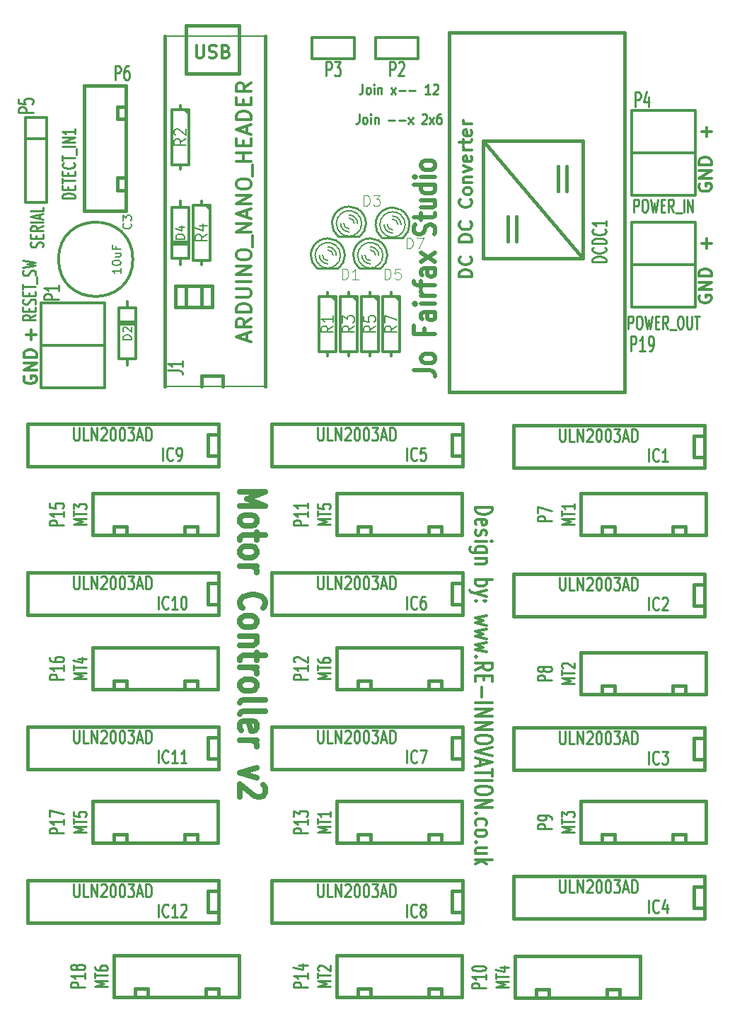
<source format=gto>
G04 #@! TF.FileFunction,Legend,Top*
%FSLAX46Y46*%
G04 Gerber Fmt 4.6, Leading zero omitted, Abs format (unit mm)*
G04 Created by KiCad (PCBNEW (2015-07-09 BZR 5913, Git 33e1797)-product) date 12/08/2015 14:46:09*
%MOMM*%
G01*
G04 APERTURE LIST*
%ADD10C,0.150000*%
%ADD11C,0.304800*%
%ADD12C,0.250000*%
%ADD13C,0.508000*%
%ADD14C,0.635000*%
%ADD15C,0.254000*%
%ADD16C,0.152400*%
%ADD17C,0.381000*%
%ADD18C,0.200000*%
%ADD19C,0.300000*%
%ADD20C,0.203200*%
%ADD21C,0.088900*%
%ADD22C,0.271780*%
%ADD23C,0.285750*%
G04 APERTURE END LIST*
D10*
D11*
X123955762Y-6964503D02*
X125987762Y-6964503D01*
X125987762Y-7327360D01*
X125891000Y-7545075D01*
X125697476Y-7690217D01*
X125503952Y-7762789D01*
X125116905Y-7835360D01*
X124826619Y-7835360D01*
X124439571Y-7762789D01*
X124246048Y-7690217D01*
X124052524Y-7545075D01*
X123955762Y-7327360D01*
X123955762Y-6964503D01*
X124052524Y-9069075D02*
X123955762Y-8923932D01*
X123955762Y-8633646D01*
X124052524Y-8488503D01*
X124246048Y-8415932D01*
X125020143Y-8415932D01*
X125213667Y-8488503D01*
X125310429Y-8633646D01*
X125310429Y-8923932D01*
X125213667Y-9069075D01*
X125020143Y-9141646D01*
X124826619Y-9141646D01*
X124633095Y-8415932D01*
X124052524Y-9722218D02*
X123955762Y-9867361D01*
X123955762Y-10157646D01*
X124052524Y-10302789D01*
X124246048Y-10375361D01*
X124342810Y-10375361D01*
X124536333Y-10302789D01*
X124633095Y-10157646D01*
X124633095Y-9939932D01*
X124729857Y-9794789D01*
X124923381Y-9722218D01*
X125020143Y-9722218D01*
X125213667Y-9794789D01*
X125310429Y-9939932D01*
X125310429Y-10157646D01*
X125213667Y-10302789D01*
X123955762Y-11028503D02*
X125310429Y-11028503D01*
X125987762Y-11028503D02*
X125891000Y-10955932D01*
X125794238Y-11028503D01*
X125891000Y-11101075D01*
X125987762Y-11028503D01*
X125794238Y-11028503D01*
X125310429Y-12407360D02*
X123665476Y-12407360D01*
X123471952Y-12334789D01*
X123375190Y-12262217D01*
X123278429Y-12117074D01*
X123278429Y-11899360D01*
X123375190Y-11754217D01*
X124052524Y-12407360D02*
X123955762Y-12262217D01*
X123955762Y-11971931D01*
X124052524Y-11826789D01*
X124149286Y-11754217D01*
X124342810Y-11681646D01*
X124923381Y-11681646D01*
X125116905Y-11754217D01*
X125213667Y-11826789D01*
X125310429Y-11971931D01*
X125310429Y-12262217D01*
X125213667Y-12407360D01*
X125310429Y-13133074D02*
X123955762Y-13133074D01*
X125116905Y-13133074D02*
X125213667Y-13205646D01*
X125310429Y-13350788D01*
X125310429Y-13568503D01*
X125213667Y-13713646D01*
X125020143Y-13786217D01*
X123955762Y-13786217D01*
X123955762Y-15673074D02*
X125987762Y-15673074D01*
X125213667Y-15673074D02*
X125310429Y-15818217D01*
X125310429Y-16108503D01*
X125213667Y-16253646D01*
X125116905Y-16326217D01*
X124923381Y-16398788D01*
X124342810Y-16398788D01*
X124149286Y-16326217D01*
X124052524Y-16253646D01*
X123955762Y-16108503D01*
X123955762Y-15818217D01*
X124052524Y-15673074D01*
X125310429Y-16906788D02*
X123955762Y-17269645D01*
X125310429Y-17632503D02*
X123955762Y-17269645D01*
X123471952Y-17124503D01*
X123375190Y-17051931D01*
X123278429Y-16906788D01*
X124149286Y-18213074D02*
X124052524Y-18285646D01*
X123955762Y-18213074D01*
X124052524Y-18140503D01*
X124149286Y-18213074D01*
X123955762Y-18213074D01*
X125213667Y-18213074D02*
X125116905Y-18285646D01*
X125020143Y-18213074D01*
X125116905Y-18140503D01*
X125213667Y-18213074D01*
X125020143Y-18213074D01*
X125310429Y-19954788D02*
X123955762Y-20245074D01*
X124923381Y-20535360D01*
X123955762Y-20825645D01*
X125310429Y-21115931D01*
X125310429Y-21551359D02*
X123955762Y-21841645D01*
X124923381Y-22131931D01*
X123955762Y-22422216D01*
X125310429Y-22712502D01*
X125310429Y-23147930D02*
X123955762Y-23438216D01*
X124923381Y-23728502D01*
X123955762Y-24018787D01*
X125310429Y-24309073D01*
X124149286Y-24889644D02*
X124052524Y-24962216D01*
X123955762Y-24889644D01*
X124052524Y-24817073D01*
X124149286Y-24889644D01*
X123955762Y-24889644D01*
X123955762Y-26486215D02*
X124923381Y-25978215D01*
X123955762Y-25615358D02*
X125987762Y-25615358D01*
X125987762Y-26195930D01*
X125891000Y-26341072D01*
X125794238Y-26413644D01*
X125600714Y-26486215D01*
X125310429Y-26486215D01*
X125116905Y-26413644D01*
X125020143Y-26341072D01*
X124923381Y-26195930D01*
X124923381Y-25615358D01*
X125020143Y-27139358D02*
X125020143Y-27647358D01*
X123955762Y-27865072D02*
X123955762Y-27139358D01*
X125987762Y-27139358D01*
X125987762Y-27865072D01*
X124729857Y-28518215D02*
X124729857Y-29679358D01*
X123955762Y-30405072D02*
X125987762Y-30405072D01*
X123955762Y-31130786D02*
X125987762Y-31130786D01*
X123955762Y-32001643D01*
X125987762Y-32001643D01*
X123955762Y-32727357D02*
X125987762Y-32727357D01*
X123955762Y-33598214D01*
X125987762Y-33598214D01*
X125987762Y-34614214D02*
X125987762Y-34904500D01*
X125891000Y-35049642D01*
X125697476Y-35194785D01*
X125310429Y-35267357D01*
X124633095Y-35267357D01*
X124246048Y-35194785D01*
X124052524Y-35049642D01*
X123955762Y-34904500D01*
X123955762Y-34614214D01*
X124052524Y-34469071D01*
X124246048Y-34323928D01*
X124633095Y-34251357D01*
X125310429Y-34251357D01*
X125697476Y-34323928D01*
X125891000Y-34469071D01*
X125987762Y-34614214D01*
X125987762Y-35702785D02*
X123955762Y-36210785D01*
X125987762Y-36718785D01*
X124536333Y-37154214D02*
X124536333Y-37879928D01*
X123955762Y-37009071D02*
X125987762Y-37517071D01*
X123955762Y-38025071D01*
X125987762Y-38315357D02*
X125987762Y-39186214D01*
X123955762Y-38750785D02*
X125987762Y-38750785D01*
X123955762Y-39694214D02*
X125987762Y-39694214D01*
X125987762Y-40710214D02*
X125987762Y-41000500D01*
X125891000Y-41145642D01*
X125697476Y-41290785D01*
X125310429Y-41363357D01*
X124633095Y-41363357D01*
X124246048Y-41290785D01*
X124052524Y-41145642D01*
X123955762Y-41000500D01*
X123955762Y-40710214D01*
X124052524Y-40565071D01*
X124246048Y-40419928D01*
X124633095Y-40347357D01*
X125310429Y-40347357D01*
X125697476Y-40419928D01*
X125891000Y-40565071D01*
X125987762Y-40710214D01*
X123955762Y-42016499D02*
X125987762Y-42016499D01*
X123955762Y-42887356D01*
X125987762Y-42887356D01*
X124149286Y-43613070D02*
X124052524Y-43685642D01*
X123955762Y-43613070D01*
X124052524Y-43540499D01*
X124149286Y-43613070D01*
X123955762Y-43613070D01*
X124052524Y-44991927D02*
X123955762Y-44846784D01*
X123955762Y-44556498D01*
X124052524Y-44411356D01*
X124149286Y-44338784D01*
X124342810Y-44266213D01*
X124923381Y-44266213D01*
X125116905Y-44338784D01*
X125213667Y-44411356D01*
X125310429Y-44556498D01*
X125310429Y-44846784D01*
X125213667Y-44991927D01*
X123955762Y-45862784D02*
X124052524Y-45717642D01*
X124149286Y-45645070D01*
X124342810Y-45572499D01*
X124923381Y-45572499D01*
X125116905Y-45645070D01*
X125213667Y-45717642D01*
X125310429Y-45862784D01*
X125310429Y-46080499D01*
X125213667Y-46225642D01*
X125116905Y-46298213D01*
X124923381Y-46370784D01*
X124342810Y-46370784D01*
X124149286Y-46298213D01*
X124052524Y-46225642D01*
X123955762Y-46080499D01*
X123955762Y-45862784D01*
X124149286Y-47023927D02*
X124052524Y-47096499D01*
X123955762Y-47023927D01*
X124052524Y-46951356D01*
X124149286Y-47023927D01*
X123955762Y-47023927D01*
X125310429Y-48402784D02*
X123955762Y-48402784D01*
X125310429Y-47749641D02*
X124246048Y-47749641D01*
X124052524Y-47822213D01*
X123955762Y-47967355D01*
X123955762Y-48185070D01*
X124052524Y-48330213D01*
X124149286Y-48402784D01*
X123955762Y-49128498D02*
X125987762Y-49128498D01*
X124729857Y-49273641D02*
X123955762Y-49709070D01*
X125310429Y-49709070D02*
X124536333Y-49128498D01*
D12*
X110456858Y43634143D02*
X110456858Y42777000D01*
X110409238Y42605571D01*
X110314000Y42491286D01*
X110171143Y42434143D01*
X110075905Y42434143D01*
X111075905Y42434143D02*
X110980667Y42491286D01*
X110933048Y42548429D01*
X110885429Y42662714D01*
X110885429Y43005571D01*
X110933048Y43119857D01*
X110980667Y43177000D01*
X111075905Y43234143D01*
X111218763Y43234143D01*
X111314001Y43177000D01*
X111361620Y43119857D01*
X111409239Y43005571D01*
X111409239Y42662714D01*
X111361620Y42548429D01*
X111314001Y42491286D01*
X111218763Y42434143D01*
X111075905Y42434143D01*
X111837810Y42434143D02*
X111837810Y43234143D01*
X111837810Y43634143D02*
X111790191Y43577000D01*
X111837810Y43519857D01*
X111885429Y43577000D01*
X111837810Y43634143D01*
X111837810Y43519857D01*
X112314000Y43234143D02*
X112314000Y42434143D01*
X112314000Y43119857D02*
X112361619Y43177000D01*
X112456857Y43234143D01*
X112599715Y43234143D01*
X112694953Y43177000D01*
X112742572Y43062714D01*
X112742572Y42434143D01*
X113885429Y42434143D02*
X114409239Y43234143D01*
X113885429Y43234143D02*
X114409239Y42434143D01*
X114790191Y42891286D02*
X115552096Y42891286D01*
X116028286Y42891286D02*
X116790191Y42891286D01*
X118552096Y42434143D02*
X117980667Y42434143D01*
X118266381Y42434143D02*
X118266381Y43634143D01*
X118171143Y43462714D01*
X118075905Y43348429D01*
X117980667Y43291286D01*
X118933048Y43519857D02*
X118980667Y43577000D01*
X119075905Y43634143D01*
X119314001Y43634143D01*
X119409239Y43577000D01*
X119456858Y43519857D01*
X119504477Y43405571D01*
X119504477Y43291286D01*
X119456858Y43119857D01*
X118885429Y42434143D01*
X119504477Y42434143D01*
X110052096Y40078143D02*
X110052096Y39221000D01*
X110004476Y39049571D01*
X109909238Y38935286D01*
X109766381Y38878143D01*
X109671143Y38878143D01*
X110671143Y38878143D02*
X110575905Y38935286D01*
X110528286Y38992429D01*
X110480667Y39106714D01*
X110480667Y39449571D01*
X110528286Y39563857D01*
X110575905Y39621000D01*
X110671143Y39678143D01*
X110814001Y39678143D01*
X110909239Y39621000D01*
X110956858Y39563857D01*
X111004477Y39449571D01*
X111004477Y39106714D01*
X110956858Y38992429D01*
X110909239Y38935286D01*
X110814001Y38878143D01*
X110671143Y38878143D01*
X111433048Y38878143D02*
X111433048Y39678143D01*
X111433048Y40078143D02*
X111385429Y40021000D01*
X111433048Y39963857D01*
X111480667Y40021000D01*
X111433048Y40078143D01*
X111433048Y39963857D01*
X111909238Y39678143D02*
X111909238Y38878143D01*
X111909238Y39563857D02*
X111956857Y39621000D01*
X112052095Y39678143D01*
X112194953Y39678143D01*
X112290191Y39621000D01*
X112337810Y39506714D01*
X112337810Y38878143D01*
X113575905Y39335286D02*
X114337810Y39335286D01*
X114814000Y39335286D02*
X115575905Y39335286D01*
X115956857Y38878143D02*
X116480667Y39678143D01*
X115956857Y39678143D02*
X116480667Y38878143D01*
X117575905Y39963857D02*
X117623524Y40021000D01*
X117718762Y40078143D01*
X117956858Y40078143D01*
X118052096Y40021000D01*
X118099715Y39963857D01*
X118147334Y39849571D01*
X118147334Y39735286D01*
X118099715Y39563857D01*
X117528286Y38878143D01*
X118147334Y38878143D01*
X118480667Y38878143D02*
X119004477Y39678143D01*
X118480667Y39678143D02*
X119004477Y38878143D01*
X119814001Y40078143D02*
X119623524Y40078143D01*
X119528286Y40021000D01*
X119480667Y39963857D01*
X119385429Y39792429D01*
X119337810Y39563857D01*
X119337810Y39106714D01*
X119385429Y38992429D01*
X119433048Y38935286D01*
X119528286Y38878143D01*
X119718763Y38878143D01*
X119814001Y38935286D01*
X119861620Y38992429D01*
X119909239Y39106714D01*
X119909239Y39392429D01*
X119861620Y39506714D01*
X119814001Y39563857D01*
X119718763Y39621000D01*
X119528286Y39621000D01*
X119433048Y39563857D01*
X119385429Y39506714D01*
X119337810Y39392429D01*
D13*
X116626048Y9418502D02*
X118440333Y9418502D01*
X118803190Y9321740D01*
X119045095Y9128216D01*
X119166048Y8837931D01*
X119166048Y8644407D01*
X119166048Y10676406D02*
X119045095Y10482882D01*
X118924143Y10386121D01*
X118682238Y10289359D01*
X117956524Y10289359D01*
X117714619Y10386121D01*
X117593667Y10482882D01*
X117472714Y10676406D01*
X117472714Y10966692D01*
X117593667Y11160216D01*
X117714619Y11256978D01*
X117956524Y11353740D01*
X118682238Y11353740D01*
X118924143Y11256978D01*
X119045095Y11160216D01*
X119166048Y10966692D01*
X119166048Y10676406D01*
X117835571Y14450120D02*
X117835571Y13772787D01*
X119166048Y13772787D02*
X116626048Y13772787D01*
X116626048Y14740406D01*
X119166048Y16385358D02*
X117835571Y16385358D01*
X117593667Y16288596D01*
X117472714Y16095072D01*
X117472714Y15708024D01*
X117593667Y15514501D01*
X119045095Y16385358D02*
X119166048Y16191834D01*
X119166048Y15708024D01*
X119045095Y15514501D01*
X118803190Y15417739D01*
X118561286Y15417739D01*
X118319381Y15514501D01*
X118198429Y15708024D01*
X118198429Y16191834D01*
X118077476Y16385358D01*
X119166048Y17352977D02*
X117472714Y17352977D01*
X116626048Y17352977D02*
X116747000Y17256215D01*
X116867952Y17352977D01*
X116747000Y17449738D01*
X116626048Y17352977D01*
X116867952Y17352977D01*
X119166048Y18320596D02*
X117472714Y18320596D01*
X117956524Y18320596D02*
X117714619Y18417357D01*
X117593667Y18514119D01*
X117472714Y18707643D01*
X117472714Y18901167D01*
X117472714Y19288215D02*
X117472714Y20062310D01*
X119166048Y19578501D02*
X116988905Y19578501D01*
X116747000Y19675262D01*
X116626048Y19868786D01*
X116626048Y20062310D01*
X119166048Y21610501D02*
X117835571Y21610501D01*
X117593667Y21513739D01*
X117472714Y21320215D01*
X117472714Y20933167D01*
X117593667Y20739644D01*
X119045095Y21610501D02*
X119166048Y21416977D01*
X119166048Y20933167D01*
X119045095Y20739644D01*
X118803190Y20642882D01*
X118561286Y20642882D01*
X118319381Y20739644D01*
X118198429Y20933167D01*
X118198429Y21416977D01*
X118077476Y21610501D01*
X119166048Y22384596D02*
X117472714Y23448977D01*
X117472714Y22384596D02*
X119166048Y23448977D01*
X119045095Y25674500D02*
X119166048Y25964785D01*
X119166048Y26448595D01*
X119045095Y26642119D01*
X118924143Y26738881D01*
X118682238Y26835642D01*
X118440333Y26835642D01*
X118198429Y26738881D01*
X118077476Y26642119D01*
X117956524Y26448595D01*
X117835571Y26061547D01*
X117714619Y25868023D01*
X117593667Y25771262D01*
X117351762Y25674500D01*
X117109857Y25674500D01*
X116867952Y25771262D01*
X116747000Y25868023D01*
X116626048Y26061547D01*
X116626048Y26545357D01*
X116747000Y26835642D01*
X117472714Y27416214D02*
X117472714Y28190309D01*
X116626048Y27706500D02*
X118803190Y27706500D01*
X119045095Y27803261D01*
X119166048Y27996785D01*
X119166048Y28190309D01*
X117472714Y29738500D02*
X119166048Y29738500D01*
X117472714Y28867643D02*
X118803190Y28867643D01*
X119045095Y28964404D01*
X119166048Y29157928D01*
X119166048Y29448214D01*
X119045095Y29641738D01*
X118924143Y29738500D01*
X119166048Y31576976D02*
X116626048Y31576976D01*
X119045095Y31576976D02*
X119166048Y31383452D01*
X119166048Y30996404D01*
X119045095Y30802880D01*
X118924143Y30706119D01*
X118682238Y30609357D01*
X117956524Y30609357D01*
X117714619Y30706119D01*
X117593667Y30802880D01*
X117472714Y30996404D01*
X117472714Y31383452D01*
X117593667Y31576976D01*
X119166048Y32544595D02*
X117472714Y32544595D01*
X116626048Y32544595D02*
X116747000Y32447833D01*
X116867952Y32544595D01*
X116747000Y32641356D01*
X116626048Y32544595D01*
X116867952Y32544595D01*
X119166048Y33802499D02*
X119045095Y33608975D01*
X118924143Y33512214D01*
X118682238Y33415452D01*
X117956524Y33415452D01*
X117714619Y33512214D01*
X117593667Y33608975D01*
X117472714Y33802499D01*
X117472714Y34092785D01*
X117593667Y34286309D01*
X117714619Y34383071D01*
X117956524Y34479833D01*
X118682238Y34479833D01*
X118924143Y34383071D01*
X119045095Y34286309D01*
X119166048Y34092785D01*
X119166048Y33802499D01*
D14*
X95782143Y-5113667D02*
X98830143Y-5113667D01*
X96653000Y-5960334D01*
X98830143Y-6807000D01*
X95782143Y-6807000D01*
X95782143Y-8379381D02*
X95927286Y-8137476D01*
X96072429Y-8016524D01*
X96362714Y-7895572D01*
X97233571Y-7895572D01*
X97523857Y-8016524D01*
X97669000Y-8137476D01*
X97814143Y-8379381D01*
X97814143Y-8742238D01*
X97669000Y-8984143D01*
X97523857Y-9105095D01*
X97233571Y-9226048D01*
X96362714Y-9226048D01*
X96072429Y-9105095D01*
X95927286Y-8984143D01*
X95782143Y-8742238D01*
X95782143Y-8379381D01*
X97814143Y-9951762D02*
X97814143Y-10919381D01*
X98830143Y-10314619D02*
X96217571Y-10314619D01*
X95927286Y-10435571D01*
X95782143Y-10677476D01*
X95782143Y-10919381D01*
X95782143Y-12128905D02*
X95927286Y-11887000D01*
X96072429Y-11766048D01*
X96362714Y-11645096D01*
X97233571Y-11645096D01*
X97523857Y-11766048D01*
X97669000Y-11887000D01*
X97814143Y-12128905D01*
X97814143Y-12491762D01*
X97669000Y-12733667D01*
X97523857Y-12854619D01*
X97233571Y-12975572D01*
X96362714Y-12975572D01*
X96072429Y-12854619D01*
X95927286Y-12733667D01*
X95782143Y-12491762D01*
X95782143Y-12128905D01*
X95782143Y-14064143D02*
X97814143Y-14064143D01*
X97233571Y-14064143D02*
X97523857Y-14185095D01*
X97669000Y-14306048D01*
X97814143Y-14547952D01*
X97814143Y-14789857D01*
X96072429Y-19023190D02*
X95927286Y-18902238D01*
X95782143Y-18539381D01*
X95782143Y-18297476D01*
X95927286Y-17934619D01*
X96217571Y-17692714D01*
X96507857Y-17571762D01*
X97088429Y-17450810D01*
X97523857Y-17450810D01*
X98104429Y-17571762D01*
X98394714Y-17692714D01*
X98685000Y-17934619D01*
X98830143Y-18297476D01*
X98830143Y-18539381D01*
X98685000Y-18902238D01*
X98539857Y-19023190D01*
X95782143Y-20474619D02*
X95927286Y-20232714D01*
X96072429Y-20111762D01*
X96362714Y-19990810D01*
X97233571Y-19990810D01*
X97523857Y-20111762D01*
X97669000Y-20232714D01*
X97814143Y-20474619D01*
X97814143Y-20837476D01*
X97669000Y-21079381D01*
X97523857Y-21200333D01*
X97233571Y-21321286D01*
X96362714Y-21321286D01*
X96072429Y-21200333D01*
X95927286Y-21079381D01*
X95782143Y-20837476D01*
X95782143Y-20474619D01*
X97814143Y-22409857D02*
X95782143Y-22409857D01*
X97523857Y-22409857D02*
X97669000Y-22530809D01*
X97814143Y-22772714D01*
X97814143Y-23135571D01*
X97669000Y-23377476D01*
X97378714Y-23498428D01*
X95782143Y-23498428D01*
X97814143Y-24345095D02*
X97814143Y-25312714D01*
X98830143Y-24707952D02*
X96217571Y-24707952D01*
X95927286Y-24828904D01*
X95782143Y-25070809D01*
X95782143Y-25312714D01*
X95782143Y-26159381D02*
X97814143Y-26159381D01*
X97233571Y-26159381D02*
X97523857Y-26280333D01*
X97669000Y-26401286D01*
X97814143Y-26643190D01*
X97814143Y-26885095D01*
X95782143Y-28094619D02*
X95927286Y-27852714D01*
X96072429Y-27731762D01*
X96362714Y-27610810D01*
X97233571Y-27610810D01*
X97523857Y-27731762D01*
X97669000Y-27852714D01*
X97814143Y-28094619D01*
X97814143Y-28457476D01*
X97669000Y-28699381D01*
X97523857Y-28820333D01*
X97233571Y-28941286D01*
X96362714Y-28941286D01*
X96072429Y-28820333D01*
X95927286Y-28699381D01*
X95782143Y-28457476D01*
X95782143Y-28094619D01*
X95782143Y-30392714D02*
X95927286Y-30150809D01*
X96217571Y-30029857D01*
X98830143Y-30029857D01*
X95782143Y-31723190D02*
X95927286Y-31481285D01*
X96217571Y-31360333D01*
X98830143Y-31360333D01*
X95927286Y-33658428D02*
X95782143Y-33416523D01*
X95782143Y-32932714D01*
X95927286Y-32690809D01*
X96217571Y-32569857D01*
X97378714Y-32569857D01*
X97669000Y-32690809D01*
X97814143Y-32932714D01*
X97814143Y-33416523D01*
X97669000Y-33658428D01*
X97378714Y-33779380D01*
X97088429Y-33779380D01*
X96798143Y-32569857D01*
X95782143Y-34867952D02*
X97814143Y-34867952D01*
X97233571Y-34867952D02*
X97523857Y-34988904D01*
X97669000Y-35109857D01*
X97814143Y-35351761D01*
X97814143Y-35593666D01*
X97814143Y-38133666D02*
X95782143Y-38738428D01*
X97814143Y-39343190D01*
X98539857Y-40189857D02*
X98685000Y-40310809D01*
X98830143Y-40552714D01*
X98830143Y-41157476D01*
X98685000Y-41399380D01*
X98539857Y-41520333D01*
X98249571Y-41641285D01*
X97959286Y-41641285D01*
X97523857Y-41520333D01*
X95782143Y-40068904D01*
X95782143Y-41641285D01*
D11*
X82965000Y22690000D02*
G75*
G03X82965000Y22690000I-4445000J0D01*
G01*
D15*
X105035000Y21590200D02*
X107575000Y21590200D01*
D16*
X107280527Y24335864D02*
G75*
G03X106305000Y24689000I-975527J-1170864D01*
G01*
X106304531Y24687111D02*
G75*
G03X105294080Y24302920I469J-1522111D01*
G01*
X106305034Y21642853D02*
G75*
G03X107295600Y22009300I-34J1522147D01*
G01*
X105329473Y21994136D02*
G75*
G03X106305000Y21641000I975527J1170864D01*
G01*
X107192155Y21925834D02*
G75*
G03X107829000Y23165000I-887155J1239166D01*
G01*
X107829000Y23165801D02*
G75*
G03X107219400Y24384200I-1524000J-801D01*
G01*
X104782794Y23164558D02*
G75*
G03X105370280Y21963580I1522206J442D01*
G01*
X105368829Y24367564D02*
G75*
G03X104781000Y23165000I936171J-1202564D01*
G01*
X106940000Y23165000D02*
G75*
G03X106305000Y23800000I-635000J0D01*
G01*
X107321000Y23165000D02*
G75*
G03X106305000Y24181000I-1016000J0D01*
G01*
X105670000Y23165000D02*
G75*
G03X106305000Y22530000I635000J0D01*
G01*
X105289000Y23165000D02*
G75*
G03X106305000Y22149000I1016000J0D01*
G01*
D15*
X107608426Y21606120D02*
G75*
G03X108337000Y23165000I-1303426J1558880D01*
G01*
X108334460Y23165975D02*
G75*
G03X107260040Y24955700I-2029460J-975D01*
G01*
X104275614Y23162448D02*
G75*
G03X104994360Y21615600I2029386J2552D01*
G01*
X105295149Y24928299D02*
G75*
G03X104273000Y23165000I1009851J-1763299D01*
G01*
X107268347Y24954130D02*
G75*
G03X106305000Y25197000I-963347J-1789130D01*
G01*
X106304900Y25195923D02*
G75*
G03X105240740Y24894740I100J-2030923D01*
G01*
X107575000Y25400200D02*
X110115000Y25400200D01*
D16*
X109820527Y28145864D02*
G75*
G03X108845000Y28499000I-975527J-1170864D01*
G01*
X108844531Y28497111D02*
G75*
G03X107834080Y28112920I469J-1522111D01*
G01*
X108845034Y25452853D02*
G75*
G03X109835600Y25819300I-34J1522147D01*
G01*
X107869473Y25804136D02*
G75*
G03X108845000Y25451000I975527J1170864D01*
G01*
X109732155Y25735834D02*
G75*
G03X110369000Y26975000I-887155J1239166D01*
G01*
X110369000Y26975801D02*
G75*
G03X109759400Y28194200I-1524000J-801D01*
G01*
X107322794Y26974558D02*
G75*
G03X107910280Y25773580I1522206J442D01*
G01*
X107908829Y28177564D02*
G75*
G03X107321000Y26975000I936171J-1202564D01*
G01*
X109480000Y26975000D02*
G75*
G03X108845000Y27610000I-635000J0D01*
G01*
X109861000Y26975000D02*
G75*
G03X108845000Y27991000I-1016000J0D01*
G01*
X108210000Y26975000D02*
G75*
G03X108845000Y26340000I635000J0D01*
G01*
X107829000Y26975000D02*
G75*
G03X108845000Y25959000I1016000J0D01*
G01*
D15*
X110148426Y25416120D02*
G75*
G03X110877000Y26975000I-1303426J1558880D01*
G01*
X110874460Y26975975D02*
G75*
G03X109800040Y28765700I-2029460J-975D01*
G01*
X106815614Y26972448D02*
G75*
G03X107534360Y25425600I2029386J2552D01*
G01*
X107835149Y28738299D02*
G75*
G03X106813000Y26975000I1009851J-1763299D01*
G01*
X109808347Y28764130D02*
G75*
G03X108845000Y29007000I-963347J-1789130D01*
G01*
X108844900Y29005923D02*
G75*
G03X107780740Y28704740I100J-2030923D01*
G01*
X110115000Y21590200D02*
X112655000Y21590200D01*
D16*
X112360527Y24335864D02*
G75*
G03X111385000Y24689000I-975527J-1170864D01*
G01*
X111384531Y24687111D02*
G75*
G03X110374080Y24302920I469J-1522111D01*
G01*
X111385034Y21642853D02*
G75*
G03X112375600Y22009300I-34J1522147D01*
G01*
X110409473Y21994136D02*
G75*
G03X111385000Y21641000I975527J1170864D01*
G01*
X112272155Y21925834D02*
G75*
G03X112909000Y23165000I-887155J1239166D01*
G01*
X112909000Y23165801D02*
G75*
G03X112299400Y24384200I-1524000J-801D01*
G01*
X109862794Y23164558D02*
G75*
G03X110450280Y21963580I1522206J442D01*
G01*
X110448829Y24367564D02*
G75*
G03X109861000Y23165000I936171J-1202564D01*
G01*
X112020000Y23165000D02*
G75*
G03X111385000Y23800000I-635000J0D01*
G01*
X112401000Y23165000D02*
G75*
G03X111385000Y24181000I-1016000J0D01*
G01*
X110750000Y23165000D02*
G75*
G03X111385000Y22530000I635000J0D01*
G01*
X110369000Y23165000D02*
G75*
G03X111385000Y22149000I1016000J0D01*
G01*
D15*
X112688426Y21606120D02*
G75*
G03X113417000Y23165000I-1303426J1558880D01*
G01*
X113414460Y23165975D02*
G75*
G03X112340040Y24955700I-2029460J-975D01*
G01*
X109355614Y23162448D02*
G75*
G03X110074360Y21615600I2029386J2552D01*
G01*
X110375149Y24928299D02*
G75*
G03X109353000Y23165000I1009851J-1763299D01*
G01*
X112348347Y24954130D02*
G75*
G03X111385000Y25197000I-963347J-1789130D01*
G01*
X111384900Y25195923D02*
G75*
G03X110320740Y24894740I100J-2030923D01*
G01*
X112782000Y25273200D02*
X115322000Y25273200D01*
D16*
X115027527Y28018864D02*
G75*
G03X114052000Y28372000I-975527J-1170864D01*
G01*
X114051531Y28370111D02*
G75*
G03X113041080Y27985920I469J-1522111D01*
G01*
X114052034Y25325853D02*
G75*
G03X115042600Y25692300I-34J1522147D01*
G01*
X113076473Y25677136D02*
G75*
G03X114052000Y25324000I975527J1170864D01*
G01*
X114939155Y25608834D02*
G75*
G03X115576000Y26848000I-887155J1239166D01*
G01*
X115576000Y26848801D02*
G75*
G03X114966400Y28067200I-1524000J-801D01*
G01*
X112529794Y26847558D02*
G75*
G03X113117280Y25646580I1522206J442D01*
G01*
X113115829Y28050564D02*
G75*
G03X112528000Y26848000I936171J-1202564D01*
G01*
X114687000Y26848000D02*
G75*
G03X114052000Y27483000I-635000J0D01*
G01*
X115068000Y26848000D02*
G75*
G03X114052000Y27864000I-1016000J0D01*
G01*
X113417000Y26848000D02*
G75*
G03X114052000Y26213000I635000J0D01*
G01*
X113036000Y26848000D02*
G75*
G03X114052000Y25832000I1016000J0D01*
G01*
D15*
X115355426Y25289120D02*
G75*
G03X116084000Y26848000I-1303426J1558880D01*
G01*
X116081460Y26848975D02*
G75*
G03X115007040Y28638700I-2029460J-975D01*
G01*
X112022614Y26845448D02*
G75*
G03X112741360Y25298600I2029386J2552D01*
G01*
X113042149Y28611299D02*
G75*
G03X112020000Y26848000I1009851J-1763299D01*
G01*
X115015347Y28637130D02*
G75*
G03X114052000Y28880000I-963347J-1789130D01*
G01*
X114051900Y28878923D02*
G75*
G03X112987740Y28577740I100J-2030923D01*
G01*
D17*
X127865000Y27835000D02*
X127865000Y24835000D01*
X128865000Y27835000D02*
X128865000Y24835000D01*
X133865000Y33835000D02*
X133865000Y30835000D01*
X134865000Y32835000D02*
X134865000Y33835000D01*
X134865000Y32835000D02*
X134865000Y30835000D01*
X124865000Y36835000D02*
X136865000Y22835000D01*
X136865000Y36835000D02*
X136865000Y22835000D01*
X136865000Y22835000D02*
X124865000Y22835000D01*
X124865000Y22835000D02*
X124865000Y36835000D01*
X124865000Y36835000D02*
X136865000Y36835000D01*
X141865000Y49835000D02*
X120865000Y49835000D01*
X120865000Y49835000D02*
X120865000Y6835000D01*
X120865000Y6835000D02*
X141865000Y6835000D01*
X141865000Y6835000D02*
X141865000Y49835000D01*
D18*
X98840000Y7450000D02*
X86775000Y7450000D01*
X98840000Y49360000D02*
X86775000Y49360000D01*
D17*
X89315000Y16975000D02*
X89315000Y19515000D01*
X89315000Y19515000D02*
X91220000Y19515000D01*
X91220000Y19515000D02*
X91220000Y16975000D01*
X91220000Y16975000D02*
X89315000Y16975000D01*
X88045000Y16975000D02*
X92490000Y16975000D01*
X92490000Y16975000D02*
X92490000Y19515000D01*
X92490000Y19515000D02*
X88045000Y19515000D01*
X88045000Y19515000D02*
X88045000Y16975000D01*
X89315000Y44915000D02*
X89315000Y50630000D01*
X89315000Y50630000D02*
X95665000Y50630000D01*
X95665000Y50630000D02*
X95665000Y44915000D01*
X95665000Y44915000D02*
X89315000Y44915000D01*
X98840000Y7450000D02*
X98840000Y49360000D01*
X86775000Y49360000D02*
X86775000Y7450000D01*
X91220000Y7450000D02*
X91220000Y8720000D01*
X91220000Y8720000D02*
X93760000Y8720000D01*
X93760000Y8720000D02*
X93760000Y7450000D01*
D19*
X79635000Y7290000D02*
X79635000Y17450000D01*
X72015000Y7290000D02*
X72015000Y17450000D01*
X79635000Y17450000D02*
X72015000Y17450000D01*
X72015000Y12370000D02*
X79635000Y12370000D01*
X79635000Y7290000D02*
X72015000Y7290000D01*
X150275000Y30310000D02*
X150275000Y40470000D01*
X142655000Y30310000D02*
X142655000Y40470000D01*
X150275000Y40470000D02*
X142655000Y40470000D01*
X142655000Y35390000D02*
X150275000Y35390000D01*
X150275000Y30310000D02*
X142655000Y30310000D01*
D11*
X72650000Y39675000D02*
X72650000Y39675000D01*
X70110000Y39675000D02*
X72650000Y39675000D01*
X72650000Y39675000D02*
X72650000Y39675000D01*
X72650000Y39675000D02*
X72650000Y29515000D01*
X72650000Y29515000D02*
X70110000Y29515000D01*
X70110000Y29515000D02*
X70110000Y39675000D01*
X70110000Y37135000D02*
X72650000Y37135000D01*
D17*
X82135000Y30945000D02*
X81135000Y30945000D01*
X81135000Y30945000D02*
X81135000Y32445000D01*
X81135000Y32445000D02*
X82135000Y32445000D01*
X82135000Y40945000D02*
X81135000Y40945000D01*
X81135000Y40945000D02*
X81135000Y39445000D01*
X81135000Y39445000D02*
X82135000Y39445000D01*
X82135000Y43445000D02*
X77135000Y43445000D01*
X77135000Y43445000D02*
X77135000Y28445000D01*
X77135000Y28445000D02*
X82135000Y28445000D01*
X82135000Y43445000D02*
X82135000Y28445000D01*
X139104000Y-10323000D02*
X139104000Y-9323000D01*
X139104000Y-9323000D02*
X140604000Y-9323000D01*
X140604000Y-9323000D02*
X140604000Y-10323000D01*
X149104000Y-10323000D02*
X149104000Y-9323000D01*
X149104000Y-9323000D02*
X147604000Y-9323000D01*
X147604000Y-9323000D02*
X147604000Y-10323000D01*
X151604000Y-10323000D02*
X151604000Y-5323000D01*
X151604000Y-5323000D02*
X136604000Y-5323000D01*
X136604000Y-5323000D02*
X136604000Y-10323000D01*
X151604000Y-10323000D02*
X136604000Y-10323000D01*
X139104000Y-29373000D02*
X139104000Y-28373000D01*
X139104000Y-28373000D02*
X140604000Y-28373000D01*
X140604000Y-28373000D02*
X140604000Y-29373000D01*
X149104000Y-29373000D02*
X149104000Y-28373000D01*
X149104000Y-28373000D02*
X147604000Y-28373000D01*
X147604000Y-28373000D02*
X147604000Y-29373000D01*
X151604000Y-29373000D02*
X151604000Y-24373000D01*
X151604000Y-24373000D02*
X136604000Y-24373000D01*
X136604000Y-24373000D02*
X136604000Y-29373000D01*
X151604000Y-29373000D02*
X136604000Y-29373000D01*
X139104000Y-47153000D02*
X139104000Y-46153000D01*
X139104000Y-46153000D02*
X140604000Y-46153000D01*
X140604000Y-46153000D02*
X140604000Y-47153000D01*
X149104000Y-47153000D02*
X149104000Y-46153000D01*
X149104000Y-46153000D02*
X147604000Y-46153000D01*
X147604000Y-46153000D02*
X147604000Y-47153000D01*
X151604000Y-47153000D02*
X151604000Y-42153000D01*
X151604000Y-42153000D02*
X136604000Y-42153000D01*
X136604000Y-42153000D02*
X136604000Y-47153000D01*
X151604000Y-47153000D02*
X136604000Y-47153000D01*
X131230000Y-65695000D02*
X131230000Y-64695000D01*
X131230000Y-64695000D02*
X132730000Y-64695000D01*
X132730000Y-64695000D02*
X132730000Y-65695000D01*
X141230000Y-65695000D02*
X141230000Y-64695000D01*
X141230000Y-64695000D02*
X139730000Y-64695000D01*
X139730000Y-64695000D02*
X139730000Y-65695000D01*
X143730000Y-65695000D02*
X143730000Y-60695000D01*
X143730000Y-60695000D02*
X128730000Y-60695000D01*
X128730000Y-60695000D02*
X128730000Y-65695000D01*
X143730000Y-65695000D02*
X128730000Y-65695000D01*
X109894000Y-10323000D02*
X109894000Y-9323000D01*
X109894000Y-9323000D02*
X111394000Y-9323000D01*
X111394000Y-9323000D02*
X111394000Y-10323000D01*
X119894000Y-10323000D02*
X119894000Y-9323000D01*
X119894000Y-9323000D02*
X118394000Y-9323000D01*
X118394000Y-9323000D02*
X118394000Y-10323000D01*
X122394000Y-10323000D02*
X122394000Y-5323000D01*
X122394000Y-5323000D02*
X107394000Y-5323000D01*
X107394000Y-5323000D02*
X107394000Y-10323000D01*
X122394000Y-10323000D02*
X107394000Y-10323000D01*
X109894000Y-28738000D02*
X109894000Y-27738000D01*
X109894000Y-27738000D02*
X111394000Y-27738000D01*
X111394000Y-27738000D02*
X111394000Y-28738000D01*
X119894000Y-28738000D02*
X119894000Y-27738000D01*
X119894000Y-27738000D02*
X118394000Y-27738000D01*
X118394000Y-27738000D02*
X118394000Y-28738000D01*
X122394000Y-28738000D02*
X122394000Y-23738000D01*
X122394000Y-23738000D02*
X107394000Y-23738000D01*
X107394000Y-23738000D02*
X107394000Y-28738000D01*
X122394000Y-28738000D02*
X107394000Y-28738000D01*
X109894000Y-47153000D02*
X109894000Y-46153000D01*
X109894000Y-46153000D02*
X111394000Y-46153000D01*
X111394000Y-46153000D02*
X111394000Y-47153000D01*
X119894000Y-47153000D02*
X119894000Y-46153000D01*
X119894000Y-46153000D02*
X118394000Y-46153000D01*
X118394000Y-46153000D02*
X118394000Y-47153000D01*
X122394000Y-47153000D02*
X122394000Y-42153000D01*
X122394000Y-42153000D02*
X107394000Y-42153000D01*
X107394000Y-42153000D02*
X107394000Y-47153000D01*
X122394000Y-47153000D02*
X107394000Y-47153000D01*
X109894000Y-65568000D02*
X109894000Y-64568000D01*
X109894000Y-64568000D02*
X111394000Y-64568000D01*
X111394000Y-64568000D02*
X111394000Y-65568000D01*
X119894000Y-65568000D02*
X119894000Y-64568000D01*
X119894000Y-64568000D02*
X118394000Y-64568000D01*
X118394000Y-64568000D02*
X118394000Y-65568000D01*
X122394000Y-65568000D02*
X122394000Y-60568000D01*
X122394000Y-60568000D02*
X107394000Y-60568000D01*
X107394000Y-60568000D02*
X107394000Y-65568000D01*
X122394000Y-65568000D02*
X107394000Y-65568000D01*
X80684000Y-10323000D02*
X80684000Y-9323000D01*
X80684000Y-9323000D02*
X82184000Y-9323000D01*
X82184000Y-9323000D02*
X82184000Y-10323000D01*
X90684000Y-10323000D02*
X90684000Y-9323000D01*
X90684000Y-9323000D02*
X89184000Y-9323000D01*
X89184000Y-9323000D02*
X89184000Y-10323000D01*
X93184000Y-10323000D02*
X93184000Y-5323000D01*
X93184000Y-5323000D02*
X78184000Y-5323000D01*
X78184000Y-5323000D02*
X78184000Y-10323000D01*
X93184000Y-10323000D02*
X78184000Y-10323000D01*
X80684000Y-28738000D02*
X80684000Y-27738000D01*
X80684000Y-27738000D02*
X82184000Y-27738000D01*
X82184000Y-27738000D02*
X82184000Y-28738000D01*
X90684000Y-28738000D02*
X90684000Y-27738000D01*
X90684000Y-27738000D02*
X89184000Y-27738000D01*
X89184000Y-27738000D02*
X89184000Y-28738000D01*
X93184000Y-28738000D02*
X93184000Y-23738000D01*
X93184000Y-23738000D02*
X78184000Y-23738000D01*
X78184000Y-23738000D02*
X78184000Y-28738000D01*
X93184000Y-28738000D02*
X78184000Y-28738000D01*
X80684000Y-47153000D02*
X80684000Y-46153000D01*
X80684000Y-46153000D02*
X82184000Y-46153000D01*
X82184000Y-46153000D02*
X82184000Y-47153000D01*
X90684000Y-47153000D02*
X90684000Y-46153000D01*
X90684000Y-46153000D02*
X89184000Y-46153000D01*
X89184000Y-46153000D02*
X89184000Y-47153000D01*
X93184000Y-47153000D02*
X93184000Y-42153000D01*
X93184000Y-42153000D02*
X78184000Y-42153000D01*
X78184000Y-42153000D02*
X78184000Y-47153000D01*
X93184000Y-47153000D02*
X78184000Y-47153000D01*
X83224000Y-65568000D02*
X83224000Y-64568000D01*
X83224000Y-64568000D02*
X84724000Y-64568000D01*
X84724000Y-64568000D02*
X84724000Y-65568000D01*
X93224000Y-65568000D02*
X93224000Y-64568000D01*
X93224000Y-64568000D02*
X91724000Y-64568000D01*
X91724000Y-64568000D02*
X91724000Y-65568000D01*
X95724000Y-65568000D02*
X95724000Y-60568000D01*
X95724000Y-60568000D02*
X80724000Y-60568000D01*
X80724000Y-60568000D02*
X80724000Y-65568000D01*
X95724000Y-65568000D02*
X80724000Y-65568000D01*
D19*
X150275000Y16975000D02*
X150275000Y27135000D01*
X142655000Y16975000D02*
X142655000Y27135000D01*
X150275000Y27135000D02*
X142655000Y27135000D01*
X142655000Y22055000D02*
X150275000Y22055000D01*
X150275000Y16975000D02*
X142655000Y16975000D01*
D11*
X106305000Y18720000D02*
X106305000Y18212000D01*
X106305000Y11100000D02*
X106305000Y11608000D01*
X106305000Y11608000D02*
X107321000Y11608000D01*
X107321000Y11608000D02*
X107321000Y18212000D01*
X107321000Y18212000D02*
X105289000Y18212000D01*
X105289000Y18212000D02*
X105289000Y11608000D01*
X105289000Y11608000D02*
X106305000Y11608000D01*
X106813000Y18212000D02*
X107321000Y17704000D01*
X108845000Y18720000D02*
X108845000Y18212000D01*
X108845000Y11100000D02*
X108845000Y11608000D01*
X108845000Y11608000D02*
X109861000Y11608000D01*
X109861000Y11608000D02*
X109861000Y18212000D01*
X109861000Y18212000D02*
X107829000Y18212000D01*
X107829000Y18212000D02*
X107829000Y11608000D01*
X107829000Y11608000D02*
X108845000Y11608000D01*
X109353000Y18212000D02*
X109861000Y17704000D01*
X111385000Y18720000D02*
X111385000Y18212000D01*
X111385000Y11100000D02*
X111385000Y11608000D01*
X111385000Y11608000D02*
X112401000Y11608000D01*
X112401000Y11608000D02*
X112401000Y18212000D01*
X112401000Y18212000D02*
X110369000Y18212000D01*
X110369000Y18212000D02*
X110369000Y11608000D01*
X110369000Y11608000D02*
X111385000Y11608000D01*
X111893000Y18212000D02*
X112401000Y17704000D01*
X113925000Y18720000D02*
X113925000Y18212000D01*
X113925000Y11100000D02*
X113925000Y11608000D01*
X113925000Y11608000D02*
X114941000Y11608000D01*
X114941000Y11608000D02*
X114941000Y18212000D01*
X114941000Y18212000D02*
X112909000Y18212000D01*
X112909000Y18212000D02*
X112909000Y11608000D01*
X112909000Y11608000D02*
X113925000Y11608000D01*
X114433000Y18212000D02*
X114941000Y17704000D01*
X82330000Y17610000D02*
X82330000Y16848000D01*
X82330000Y16848000D02*
X81314000Y16848000D01*
X81314000Y16848000D02*
X81314000Y10752000D01*
X81314000Y10752000D02*
X82330000Y10752000D01*
X82330000Y10752000D02*
X82330000Y9990000D01*
X82330000Y10752000D02*
X83346000Y10752000D01*
X83346000Y10752000D02*
X83346000Y16848000D01*
X83346000Y16848000D02*
X82330000Y16848000D01*
X81314000Y15197000D02*
X83346000Y15197000D01*
X83346000Y14943000D02*
X81314000Y14943000D01*
D17*
X151390000Y-965000D02*
X151390000Y-965000D01*
X151390000Y-965000D02*
X150120000Y-965000D01*
X150120000Y-965000D02*
X150120000Y1575000D01*
X150120000Y1575000D02*
X151390000Y1575000D01*
X151390000Y-2235000D02*
X128530000Y-2235000D01*
X128530000Y-2235000D02*
X128530000Y2845000D01*
X128530000Y2845000D02*
X151390000Y2845000D01*
X151390000Y2845000D02*
X151390000Y-2235000D01*
X151390000Y-18745000D02*
X151390000Y-18745000D01*
X151390000Y-18745000D02*
X150120000Y-18745000D01*
X150120000Y-18745000D02*
X150120000Y-16205000D01*
X150120000Y-16205000D02*
X151390000Y-16205000D01*
X151390000Y-20015000D02*
X128530000Y-20015000D01*
X128530000Y-20015000D02*
X128530000Y-14935000D01*
X128530000Y-14935000D02*
X151390000Y-14935000D01*
X151390000Y-14935000D02*
X151390000Y-20015000D01*
X151390000Y-37160000D02*
X151390000Y-37160000D01*
X151390000Y-37160000D02*
X150120000Y-37160000D01*
X150120000Y-37160000D02*
X150120000Y-34620000D01*
X150120000Y-34620000D02*
X151390000Y-34620000D01*
X151390000Y-38430000D02*
X128530000Y-38430000D01*
X128530000Y-38430000D02*
X128530000Y-33350000D01*
X128530000Y-33350000D02*
X151390000Y-33350000D01*
X151390000Y-33350000D02*
X151390000Y-38430000D01*
X151390000Y-54940000D02*
X151390000Y-54940000D01*
X151390000Y-54940000D02*
X150120000Y-54940000D01*
X150120000Y-54940000D02*
X150120000Y-52400000D01*
X150120000Y-52400000D02*
X151390000Y-52400000D01*
X151390000Y-56210000D02*
X128530000Y-56210000D01*
X128530000Y-56210000D02*
X128530000Y-51130000D01*
X128530000Y-51130000D02*
X151390000Y-51130000D01*
X151390000Y-51130000D02*
X151390000Y-56210000D01*
X122434000Y-838000D02*
X122434000Y-838000D01*
X122434000Y-838000D02*
X121164000Y-838000D01*
X121164000Y-838000D02*
X121164000Y1702000D01*
X121164000Y1702000D02*
X122434000Y1702000D01*
X122434000Y-2108000D02*
X99574000Y-2108000D01*
X99574000Y-2108000D02*
X99574000Y2972000D01*
X99574000Y2972000D02*
X122434000Y2972000D01*
X122434000Y2972000D02*
X122434000Y-2108000D01*
X122434000Y-18618000D02*
X122434000Y-18618000D01*
X122434000Y-18618000D02*
X121164000Y-18618000D01*
X121164000Y-18618000D02*
X121164000Y-16078000D01*
X121164000Y-16078000D02*
X122434000Y-16078000D01*
X122434000Y-19888000D02*
X99574000Y-19888000D01*
X99574000Y-19888000D02*
X99574000Y-14808000D01*
X99574000Y-14808000D02*
X122434000Y-14808000D01*
X122434000Y-14808000D02*
X122434000Y-19888000D01*
X122434000Y-37033000D02*
X122434000Y-37033000D01*
X122434000Y-37033000D02*
X121164000Y-37033000D01*
X121164000Y-37033000D02*
X121164000Y-34493000D01*
X121164000Y-34493000D02*
X122434000Y-34493000D01*
X122434000Y-38303000D02*
X99574000Y-38303000D01*
X99574000Y-38303000D02*
X99574000Y-33223000D01*
X99574000Y-33223000D02*
X122434000Y-33223000D01*
X122434000Y-33223000D02*
X122434000Y-38303000D01*
X122434000Y-55448000D02*
X122434000Y-55448000D01*
X122434000Y-55448000D02*
X121164000Y-55448000D01*
X121164000Y-55448000D02*
X121164000Y-52908000D01*
X121164000Y-52908000D02*
X122434000Y-52908000D01*
X122434000Y-56718000D02*
X99574000Y-56718000D01*
X99574000Y-56718000D02*
X99574000Y-51638000D01*
X99574000Y-51638000D02*
X122434000Y-51638000D01*
X122434000Y-51638000D02*
X122434000Y-56718000D01*
X93224000Y-838000D02*
X93224000Y-838000D01*
X93224000Y-838000D02*
X91954000Y-838000D01*
X91954000Y-838000D02*
X91954000Y1702000D01*
X91954000Y1702000D02*
X93224000Y1702000D01*
X93224000Y-2108000D02*
X70364000Y-2108000D01*
X70364000Y-2108000D02*
X70364000Y2972000D01*
X70364000Y2972000D02*
X93224000Y2972000D01*
X93224000Y2972000D02*
X93224000Y-2108000D01*
X93224000Y-18618000D02*
X93224000Y-18618000D01*
X93224000Y-18618000D02*
X91954000Y-18618000D01*
X91954000Y-18618000D02*
X91954000Y-16078000D01*
X91954000Y-16078000D02*
X93224000Y-16078000D01*
X93224000Y-19888000D02*
X70364000Y-19888000D01*
X70364000Y-19888000D02*
X70364000Y-14808000D01*
X70364000Y-14808000D02*
X93224000Y-14808000D01*
X93224000Y-14808000D02*
X93224000Y-19888000D01*
X93224000Y-37033000D02*
X93224000Y-37033000D01*
X93224000Y-37033000D02*
X91954000Y-37033000D01*
X91954000Y-37033000D02*
X91954000Y-34493000D01*
X91954000Y-34493000D02*
X93224000Y-34493000D01*
X93224000Y-38303000D02*
X70364000Y-38303000D01*
X70364000Y-38303000D02*
X70364000Y-33223000D01*
X70364000Y-33223000D02*
X93224000Y-33223000D01*
X93224000Y-33223000D02*
X93224000Y-38303000D01*
X93224000Y-55448000D02*
X93224000Y-55448000D01*
X93224000Y-55448000D02*
X91954000Y-55448000D01*
X91954000Y-55448000D02*
X91954000Y-52908000D01*
X91954000Y-52908000D02*
X93224000Y-52908000D01*
X93224000Y-56718000D02*
X70364000Y-56718000D01*
X70364000Y-56718000D02*
X70364000Y-51638000D01*
X70364000Y-51638000D02*
X93224000Y-51638000D01*
X93224000Y-51638000D02*
X93224000Y-56718000D01*
D11*
X117100000Y49200000D02*
X117100000Y46660000D01*
X117100000Y46660000D02*
X112020000Y46660000D01*
X112020000Y46660000D02*
X112020000Y49200000D01*
X112020000Y49200000D02*
X117100000Y49200000D01*
X109480000Y49200000D02*
X109480000Y46660000D01*
X109480000Y46660000D02*
X104400000Y46660000D01*
X104400000Y46660000D02*
X104400000Y49200000D01*
X104400000Y49200000D02*
X109480000Y49200000D01*
X88680000Y41105000D02*
X88680000Y40597000D01*
X88680000Y33485000D02*
X88680000Y33993000D01*
X88680000Y33993000D02*
X89696000Y33993000D01*
X89696000Y33993000D02*
X89696000Y40597000D01*
X89696000Y40597000D02*
X87664000Y40597000D01*
X87664000Y40597000D02*
X87664000Y33993000D01*
X87664000Y33993000D02*
X88680000Y33993000D01*
X89188000Y40597000D02*
X89696000Y40089000D01*
X91220000Y29675000D02*
X91220000Y29167000D01*
X91220000Y22055000D02*
X91220000Y22563000D01*
X91220000Y22563000D02*
X92236000Y22563000D01*
X92236000Y22563000D02*
X92236000Y29167000D01*
X92236000Y29167000D02*
X90204000Y29167000D01*
X90204000Y29167000D02*
X90204000Y22563000D01*
X90204000Y22563000D02*
X91220000Y22563000D01*
X91728000Y29167000D02*
X92236000Y28659000D01*
X88680000Y22055000D02*
X88680000Y22817000D01*
X88680000Y22817000D02*
X89696000Y22817000D01*
X89696000Y22817000D02*
X89696000Y28913000D01*
X89696000Y28913000D02*
X88680000Y28913000D01*
X88680000Y28913000D02*
X88680000Y29675000D01*
X88680000Y28913000D02*
X87664000Y28913000D01*
X87664000Y28913000D02*
X87664000Y22817000D01*
X87664000Y22817000D02*
X88680000Y22817000D01*
X89696000Y24468000D02*
X87664000Y24468000D01*
X87664000Y24722000D02*
X89696000Y24722000D01*
D20*
X82692857Y26965667D02*
X82741238Y26917286D01*
X82789619Y26772143D01*
X82789619Y26675381D01*
X82741238Y26530239D01*
X82644476Y26433477D01*
X82547714Y26385096D01*
X82354190Y26336715D01*
X82209048Y26336715D01*
X82015524Y26385096D01*
X81918762Y26433477D01*
X81822000Y26530239D01*
X81773619Y26675381D01*
X81773619Y26772143D01*
X81822000Y26917286D01*
X81870381Y26965667D01*
X81773619Y27304334D02*
X81773619Y27933286D01*
X82160667Y27594620D01*
X82160667Y27739762D01*
X82209048Y27836524D01*
X82257429Y27884905D01*
X82354190Y27933286D01*
X82596095Y27933286D01*
X82692857Y27884905D01*
X82741238Y27836524D01*
X82789619Y27739762D01*
X82789619Y27449477D01*
X82741238Y27352715D01*
X82692857Y27304334D01*
X81519619Y21601429D02*
X81519619Y21020858D01*
X81519619Y21311144D02*
X80503619Y21311144D01*
X80648762Y21214382D01*
X80745524Y21117620D01*
X80793905Y21020858D01*
X80503619Y22230382D02*
X80503619Y22327143D01*
X80552000Y22423905D01*
X80600381Y22472286D01*
X80697143Y22520667D01*
X80890667Y22569048D01*
X81132571Y22569048D01*
X81326095Y22520667D01*
X81422857Y22472286D01*
X81471238Y22423905D01*
X81519619Y22327143D01*
X81519619Y22230382D01*
X81471238Y22133620D01*
X81422857Y22085239D01*
X81326095Y22036858D01*
X81132571Y21988477D01*
X80890667Y21988477D01*
X80697143Y22036858D01*
X80600381Y22085239D01*
X80552000Y22133620D01*
X80503619Y22230382D01*
X80842286Y23439905D02*
X81519619Y23439905D01*
X80842286Y23004477D02*
X81374476Y23004477D01*
X81471238Y23052858D01*
X81519619Y23149620D01*
X81519619Y23294762D01*
X81471238Y23391524D01*
X81422857Y23439905D01*
X80987429Y24262381D02*
X80987429Y23923715D01*
X81519619Y23923715D02*
X80503619Y23923715D01*
X80503619Y24407524D01*
D21*
X108034619Y20304476D02*
X108034619Y21574476D01*
X108337000Y21574476D01*
X108518428Y21514000D01*
X108639381Y21393048D01*
X108699857Y21272095D01*
X108760333Y21030190D01*
X108760333Y20848762D01*
X108699857Y20606857D01*
X108639381Y20485905D01*
X108518428Y20364952D01*
X108337000Y20304476D01*
X108034619Y20304476D01*
X109969857Y20304476D02*
X109244143Y20304476D01*
X109607000Y20304476D02*
X109607000Y21574476D01*
X109486048Y21393048D01*
X109365095Y21272095D01*
X109244143Y21211619D01*
X110602619Y29100476D02*
X110602619Y30370476D01*
X110905000Y30370476D01*
X111086428Y30310000D01*
X111207381Y30189048D01*
X111267857Y30068095D01*
X111328333Y29826190D01*
X111328333Y29644762D01*
X111267857Y29402857D01*
X111207381Y29281905D01*
X111086428Y29160952D01*
X110905000Y29100476D01*
X110602619Y29100476D01*
X111751667Y30370476D02*
X112537857Y30370476D01*
X112114524Y29886667D01*
X112295952Y29886667D01*
X112416905Y29826190D01*
X112477381Y29765714D01*
X112537857Y29644762D01*
X112537857Y29342381D01*
X112477381Y29221429D01*
X112416905Y29160952D01*
X112295952Y29100476D01*
X111933095Y29100476D01*
X111812143Y29160952D01*
X111751667Y29221429D01*
X113114619Y20304476D02*
X113114619Y21574476D01*
X113417000Y21574476D01*
X113598428Y21514000D01*
X113719381Y21393048D01*
X113779857Y21272095D01*
X113840333Y21030190D01*
X113840333Y20848762D01*
X113779857Y20606857D01*
X113719381Y20485905D01*
X113598428Y20364952D01*
X113417000Y20304476D01*
X113114619Y20304476D01*
X114989381Y21574476D02*
X114384619Y21574476D01*
X114324143Y20969714D01*
X114384619Y21030190D01*
X114505571Y21090667D01*
X114807952Y21090667D01*
X114928905Y21030190D01*
X114989381Y20969714D01*
X115049857Y20848762D01*
X115049857Y20546381D01*
X114989381Y20425429D01*
X114928905Y20364952D01*
X114807952Y20304476D01*
X114505571Y20304476D01*
X114384619Y20364952D01*
X114324143Y20425429D01*
X115781619Y23987476D02*
X115781619Y25257476D01*
X116084000Y25257476D01*
X116265428Y25197000D01*
X116386381Y25076048D01*
X116446857Y24955095D01*
X116507333Y24713190D01*
X116507333Y24531762D01*
X116446857Y24289857D01*
X116386381Y24168905D01*
X116265428Y24047952D01*
X116084000Y23987476D01*
X115781619Y23987476D01*
X116930667Y25257476D02*
X117777333Y25257476D01*
X117233048Y23987476D01*
D22*
X139647501Y22401922D02*
X137917761Y22401922D01*
X137917761Y22660760D01*
X138000130Y22816063D01*
X138164867Y22919598D01*
X138329604Y22971366D01*
X138659079Y23023134D01*
X138906184Y23023134D01*
X139235659Y22971366D01*
X139400396Y22919598D01*
X139565133Y22816063D01*
X139647501Y22660760D01*
X139647501Y22401922D01*
X139482764Y24110254D02*
X139565133Y24058486D01*
X139647501Y23903183D01*
X139647501Y23799648D01*
X139565133Y23644345D01*
X139400396Y23540810D01*
X139235659Y23489042D01*
X138906184Y23437274D01*
X138659079Y23437274D01*
X138329604Y23489042D01*
X138164867Y23540810D01*
X138000130Y23644345D01*
X137917761Y23799648D01*
X137917761Y23903183D01*
X138000130Y24058486D01*
X138082499Y24110254D01*
X139647501Y24576162D02*
X137917761Y24576162D01*
X137917761Y24835000D01*
X138000130Y24990303D01*
X138164867Y25093838D01*
X138329604Y25145606D01*
X138659079Y25197374D01*
X138906184Y25197374D01*
X139235659Y25145606D01*
X139400396Y25093838D01*
X139565133Y24990303D01*
X139647501Y24835000D01*
X139647501Y24576162D01*
X139482764Y26284494D02*
X139565133Y26232726D01*
X139647501Y26077423D01*
X139647501Y25973888D01*
X139565133Y25818585D01*
X139400396Y25715050D01*
X139235659Y25663282D01*
X138906184Y25611514D01*
X138659079Y25611514D01*
X138329604Y25663282D01*
X138164867Y25715050D01*
X138000130Y25818585D01*
X137917761Y25973888D01*
X137917761Y26077423D01*
X138000130Y26232726D01*
X138082499Y26284494D01*
X139647501Y27319846D02*
X139647501Y26698634D01*
X139647501Y27009240D02*
X137917761Y27009240D01*
X138164867Y26905705D01*
X138329604Y26802170D01*
X138411973Y26698634D01*
D11*
X123554429Y20582142D02*
X122030429Y20582142D01*
X122030429Y20944999D01*
X122103000Y21162714D01*
X122248143Y21307856D01*
X122393286Y21380428D01*
X122683571Y21452999D01*
X122901286Y21452999D01*
X123191571Y21380428D01*
X123336714Y21307856D01*
X123481857Y21162714D01*
X123554429Y20944999D01*
X123554429Y20582142D01*
X123409286Y22976999D02*
X123481857Y22904428D01*
X123554429Y22686714D01*
X123554429Y22541571D01*
X123481857Y22323856D01*
X123336714Y22178714D01*
X123191571Y22106142D01*
X122901286Y22033571D01*
X122683571Y22033571D01*
X122393286Y22106142D01*
X122248143Y22178714D01*
X122103000Y22323856D01*
X122030429Y22541571D01*
X122030429Y22686714D01*
X122103000Y22904428D01*
X122175571Y22976999D01*
X123554429Y24791285D02*
X122030429Y24791285D01*
X122030429Y25154142D01*
X122103000Y25371857D01*
X122248143Y25516999D01*
X122393286Y25589571D01*
X122683571Y25662142D01*
X122901286Y25662142D01*
X123191571Y25589571D01*
X123336714Y25516999D01*
X123481857Y25371857D01*
X123554429Y25154142D01*
X123554429Y24791285D01*
X123409286Y27186142D02*
X123481857Y27113571D01*
X123554429Y26895857D01*
X123554429Y26750714D01*
X123481857Y26532999D01*
X123336714Y26387857D01*
X123191571Y26315285D01*
X122901286Y26242714D01*
X122683571Y26242714D01*
X122393286Y26315285D01*
X122248143Y26387857D01*
X122103000Y26532999D01*
X122030429Y26750714D01*
X122030429Y26895857D01*
X122103000Y27113571D01*
X122175571Y27186142D01*
X123409286Y29871285D02*
X123481857Y29798714D01*
X123554429Y29581000D01*
X123554429Y29435857D01*
X123481857Y29218142D01*
X123336714Y29073000D01*
X123191571Y29000428D01*
X122901286Y28927857D01*
X122683571Y28927857D01*
X122393286Y29000428D01*
X122248143Y29073000D01*
X122103000Y29218142D01*
X122030429Y29435857D01*
X122030429Y29581000D01*
X122103000Y29798714D01*
X122175571Y29871285D01*
X123554429Y30742142D02*
X123481857Y30597000D01*
X123409286Y30524428D01*
X123264143Y30451857D01*
X122828714Y30451857D01*
X122683571Y30524428D01*
X122611000Y30597000D01*
X122538429Y30742142D01*
X122538429Y30959857D01*
X122611000Y31105000D01*
X122683571Y31177571D01*
X122828714Y31250142D01*
X123264143Y31250142D01*
X123409286Y31177571D01*
X123481857Y31105000D01*
X123554429Y30959857D01*
X123554429Y30742142D01*
X122538429Y31903285D02*
X123554429Y31903285D01*
X122683571Y31903285D02*
X122611000Y31975857D01*
X122538429Y32120999D01*
X122538429Y32338714D01*
X122611000Y32483857D01*
X122756143Y32556428D01*
X123554429Y32556428D01*
X122538429Y33136999D02*
X123554429Y33499856D01*
X122538429Y33862714D01*
X123481857Y35023857D02*
X123554429Y34878714D01*
X123554429Y34588428D01*
X123481857Y34443285D01*
X123336714Y34370714D01*
X122756143Y34370714D01*
X122611000Y34443285D01*
X122538429Y34588428D01*
X122538429Y34878714D01*
X122611000Y35023857D01*
X122756143Y35096428D01*
X122901286Y35096428D01*
X123046429Y34370714D01*
X123554429Y35749571D02*
X122538429Y35749571D01*
X122828714Y35749571D02*
X122683571Y35822143D01*
X122611000Y35894714D01*
X122538429Y36039857D01*
X122538429Y36185000D01*
X122538429Y36475286D02*
X122538429Y37055857D01*
X122030429Y36693000D02*
X123336714Y36693000D01*
X123481857Y36765572D01*
X123554429Y36910714D01*
X123554429Y37055857D01*
X123481857Y38144429D02*
X123554429Y37999286D01*
X123554429Y37709000D01*
X123481857Y37563857D01*
X123336714Y37491286D01*
X122756143Y37491286D01*
X122611000Y37563857D01*
X122538429Y37709000D01*
X122538429Y37999286D01*
X122611000Y38144429D01*
X122756143Y38217000D01*
X122901286Y38217000D01*
X123046429Y37491286D01*
X123554429Y38870143D02*
X122538429Y38870143D01*
X122828714Y38870143D02*
X122683571Y38942715D01*
X122611000Y39015286D01*
X122538429Y39160429D01*
X122538429Y39305572D01*
D23*
X87099333Y9388000D02*
X88369333Y9388000D01*
X88623333Y9333572D01*
X88792667Y9224715D01*
X88877333Y9061429D01*
X88877333Y8952572D01*
X88877333Y10531000D02*
X88877333Y9877857D01*
X88877333Y10204429D02*
X87099333Y10204429D01*
X87353333Y10095572D01*
X87522667Y9986714D01*
X87607333Y9877857D01*
D11*
X96596333Y12995665D02*
X96596333Y13842331D01*
X97104333Y12826331D02*
X95326333Y13418998D01*
X97104333Y14011665D01*
X97104333Y15620331D02*
X96257667Y15027665D01*
X97104333Y14604331D02*
X95326333Y14604331D01*
X95326333Y15281665D01*
X95411000Y15450998D01*
X95495667Y15535665D01*
X95665000Y15620331D01*
X95919000Y15620331D01*
X96088333Y15535665D01*
X96173000Y15450998D01*
X96257667Y15281665D01*
X96257667Y14604331D01*
X97104333Y16382331D02*
X95326333Y16382331D01*
X95326333Y16805665D01*
X95411000Y17059665D01*
X95580333Y17228998D01*
X95749667Y17313665D01*
X96088333Y17398331D01*
X96342333Y17398331D01*
X96681000Y17313665D01*
X96850333Y17228998D01*
X97019667Y17059665D01*
X97104333Y16805665D01*
X97104333Y16382331D01*
X95326333Y18160331D02*
X96765667Y18160331D01*
X96935000Y18244998D01*
X97019667Y18329665D01*
X97104333Y18498998D01*
X97104333Y18837665D01*
X97019667Y19006998D01*
X96935000Y19091665D01*
X96765667Y19176331D01*
X95326333Y19176331D01*
X97104333Y20022998D02*
X95326333Y20022998D01*
X97104333Y20869665D02*
X95326333Y20869665D01*
X97104333Y21885665D01*
X95326333Y21885665D01*
X95326333Y23070999D02*
X95326333Y23409666D01*
X95411000Y23578999D01*
X95580333Y23748332D01*
X95919000Y23832999D01*
X96511667Y23832999D01*
X96850333Y23748332D01*
X97019667Y23578999D01*
X97104333Y23409666D01*
X97104333Y23070999D01*
X97019667Y22901666D01*
X96850333Y22732332D01*
X96511667Y22647666D01*
X95919000Y22647666D01*
X95580333Y22732332D01*
X95411000Y22901666D01*
X95326333Y23070999D01*
X97273667Y24171666D02*
X97273667Y25526333D01*
X97104333Y25949666D02*
X95326333Y25949666D01*
X97104333Y26965666D01*
X95326333Y26965666D01*
X96596333Y27727667D02*
X96596333Y28574333D01*
X97104333Y27558333D02*
X95326333Y28151000D01*
X97104333Y28743667D01*
X97104333Y29336333D02*
X95326333Y29336333D01*
X97104333Y30352333D01*
X95326333Y30352333D01*
X95326333Y31537667D02*
X95326333Y31876334D01*
X95411000Y32045667D01*
X95580333Y32215000D01*
X95919000Y32299667D01*
X96511667Y32299667D01*
X96850333Y32215000D01*
X97019667Y32045667D01*
X97104333Y31876334D01*
X97104333Y31537667D01*
X97019667Y31368334D01*
X96850333Y31199000D01*
X96511667Y31114334D01*
X95919000Y31114334D01*
X95580333Y31199000D01*
X95411000Y31368334D01*
X95326333Y31537667D01*
X97273667Y32638334D02*
X97273667Y33993001D01*
X97104333Y34416334D02*
X95326333Y34416334D01*
X96173000Y34416334D02*
X96173000Y35432334D01*
X97104333Y35432334D02*
X95326333Y35432334D01*
X96173000Y36279001D02*
X96173000Y36871668D01*
X97104333Y37125668D02*
X97104333Y36279001D01*
X95326333Y36279001D01*
X95326333Y37125668D01*
X96596333Y37803002D02*
X96596333Y38649668D01*
X97104333Y37633668D02*
X95326333Y38226335D01*
X97104333Y38819002D01*
X97104333Y39411668D02*
X95326333Y39411668D01*
X95326333Y39835002D01*
X95411000Y40089002D01*
X95580333Y40258335D01*
X95749667Y40343002D01*
X96088333Y40427668D01*
X96342333Y40427668D01*
X96681000Y40343002D01*
X96850333Y40258335D01*
X97019667Y40089002D01*
X97104333Y39835002D01*
X97104333Y39411668D01*
X96173000Y41189668D02*
X96173000Y41782335D01*
X97104333Y42036335D02*
X97104333Y41189668D01*
X95326333Y41189668D01*
X95326333Y42036335D01*
X97104333Y43814335D02*
X96257667Y43221669D01*
X97104333Y42798335D02*
X95326333Y42798335D01*
X95326333Y43475669D01*
X95411000Y43645002D01*
X95495667Y43729669D01*
X95665000Y43814335D01*
X95919000Y43814335D01*
X96088333Y43729669D01*
X96173000Y43645002D01*
X96257667Y43475669D01*
X96257667Y42798335D01*
X90566857Y48289571D02*
X90566857Y47055857D01*
X90639429Y46910714D01*
X90712000Y46838143D01*
X90857143Y46765571D01*
X91147429Y46765571D01*
X91292571Y46838143D01*
X91365143Y46910714D01*
X91437714Y47055857D01*
X91437714Y48289571D01*
X92090857Y46838143D02*
X92308571Y46765571D01*
X92671428Y46765571D01*
X92816571Y46838143D01*
X92889142Y46910714D01*
X92961714Y47055857D01*
X92961714Y47201000D01*
X92889142Y47346143D01*
X92816571Y47418714D01*
X92671428Y47491286D01*
X92381142Y47563857D01*
X92236000Y47636429D01*
X92163428Y47709000D01*
X92090857Y47854143D01*
X92090857Y47999286D01*
X92163428Y48144429D01*
X92236000Y48217000D01*
X92381142Y48289571D01*
X92744000Y48289571D01*
X92961714Y48217000D01*
X94122857Y47563857D02*
X94340571Y47491286D01*
X94413143Y47418714D01*
X94485714Y47273571D01*
X94485714Y47055857D01*
X94413143Y46910714D01*
X94340571Y46838143D01*
X94195429Y46765571D01*
X93614857Y46765571D01*
X93614857Y48289571D01*
X94122857Y48289571D01*
X94268000Y48217000D01*
X94340571Y48144429D01*
X94413143Y47999286D01*
X94413143Y47854143D01*
X94340571Y47709000D01*
X94268000Y47636429D01*
X94122857Y47563857D01*
X93614857Y47563857D01*
D22*
X74067501Y17917602D02*
X72337761Y17917602D01*
X72337761Y18331743D01*
X72420130Y18435278D01*
X72502499Y18487046D01*
X72667236Y18538814D01*
X72914341Y18538814D01*
X73079079Y18487046D01*
X73161447Y18435278D01*
X73243816Y18331743D01*
X73243816Y17917602D01*
X74067501Y19574166D02*
X74067501Y18952954D01*
X74067501Y19263560D02*
X72337761Y19263560D01*
X72584867Y19160025D01*
X72749604Y19056490D01*
X72831973Y18952954D01*
D15*
X71335429Y16016453D02*
X70609714Y15677787D01*
X71335429Y15435882D02*
X69811429Y15435882D01*
X69811429Y15822929D01*
X69884000Y15919691D01*
X69956571Y15968072D01*
X70101714Y16016453D01*
X70319429Y16016453D01*
X70464571Y15968072D01*
X70537143Y15919691D01*
X70609714Y15822929D01*
X70609714Y15435882D01*
X70537143Y16451882D02*
X70537143Y16790548D01*
X71335429Y16935691D02*
X71335429Y16451882D01*
X69811429Y16451882D01*
X69811429Y16935691D01*
X71262857Y17322739D02*
X71335429Y17467882D01*
X71335429Y17709786D01*
X71262857Y17806548D01*
X71190286Y17854929D01*
X71045143Y17903310D01*
X70900000Y17903310D01*
X70754857Y17854929D01*
X70682286Y17806548D01*
X70609714Y17709786D01*
X70537143Y17516263D01*
X70464571Y17419501D01*
X70392000Y17371120D01*
X70246857Y17322739D01*
X70101714Y17322739D01*
X69956571Y17371120D01*
X69884000Y17419501D01*
X69811429Y17516263D01*
X69811429Y17758167D01*
X69884000Y17903310D01*
X70537143Y18338739D02*
X70537143Y18677405D01*
X71335429Y18822548D02*
X71335429Y18338739D01*
X69811429Y18338739D01*
X69811429Y18822548D01*
X69811429Y19112834D02*
X69811429Y19693405D01*
X71335429Y19403120D02*
X69811429Y19403120D01*
X71480571Y19790167D02*
X71480571Y20564262D01*
X71262857Y20757786D02*
X71335429Y20902929D01*
X71335429Y21144833D01*
X71262857Y21241595D01*
X71190286Y21289976D01*
X71045143Y21338357D01*
X70900000Y21338357D01*
X70754857Y21289976D01*
X70682286Y21241595D01*
X70609714Y21144833D01*
X70537143Y20951310D01*
X70464571Y20854548D01*
X70392000Y20806167D01*
X70246857Y20757786D01*
X70101714Y20757786D01*
X69956571Y20806167D01*
X69884000Y20854548D01*
X69811429Y20951310D01*
X69811429Y21193214D01*
X69884000Y21338357D01*
X69811429Y21677024D02*
X71335429Y21918929D01*
X70246857Y22112452D01*
X71335429Y22305976D01*
X69811429Y22547881D01*
D11*
X69983000Y8668858D02*
X69910429Y8523715D01*
X69910429Y8306001D01*
X69983000Y8088286D01*
X70128143Y7943144D01*
X70273286Y7870572D01*
X70563571Y7798001D01*
X70781286Y7798001D01*
X71071571Y7870572D01*
X71216714Y7943144D01*
X71361857Y8088286D01*
X71434429Y8306001D01*
X71434429Y8451144D01*
X71361857Y8668858D01*
X71289286Y8741429D01*
X70781286Y8741429D01*
X70781286Y8451144D01*
X71434429Y9394572D02*
X69910429Y9394572D01*
X71434429Y10265429D01*
X69910429Y10265429D01*
X71434429Y10991143D02*
X69910429Y10991143D01*
X69910429Y11354000D01*
X69983000Y11571715D01*
X70128143Y11716857D01*
X70273286Y11789429D01*
X70563571Y11862000D01*
X70781286Y11862000D01*
X71071571Y11789429D01*
X71216714Y11716857D01*
X71361857Y11571715D01*
X71434429Y11354000D01*
X71434429Y10991143D01*
X70818357Y13092429D02*
X70818357Y14253572D01*
X71398929Y13673001D02*
X70237786Y13673001D01*
D22*
X143122602Y40957499D02*
X143122602Y42687239D01*
X143536743Y42687239D01*
X143640278Y42604870D01*
X143692046Y42522501D01*
X143743814Y42357764D01*
X143743814Y42110659D01*
X143692046Y41945921D01*
X143640278Y41863553D01*
X143536743Y41781184D01*
X143122602Y41781184D01*
X144675631Y42110659D02*
X144675631Y40957499D01*
X144416793Y42769607D02*
X144157954Y41534079D01*
X144830934Y41534079D01*
D15*
X142957381Y28350571D02*
X142957381Y29874571D01*
X143344428Y29874571D01*
X143441190Y29802000D01*
X143489571Y29729429D01*
X143537952Y29584286D01*
X143537952Y29366571D01*
X143489571Y29221429D01*
X143441190Y29148857D01*
X143344428Y29076286D01*
X142957381Y29076286D01*
X144166905Y29874571D02*
X144360428Y29874571D01*
X144457190Y29802000D01*
X144553952Y29656857D01*
X144602333Y29366571D01*
X144602333Y28858571D01*
X144553952Y28568286D01*
X144457190Y28423143D01*
X144360428Y28350571D01*
X144166905Y28350571D01*
X144070143Y28423143D01*
X143973381Y28568286D01*
X143925000Y28858571D01*
X143925000Y29366571D01*
X143973381Y29656857D01*
X144070143Y29802000D01*
X144166905Y29874571D01*
X144941000Y29874571D02*
X145182905Y28350571D01*
X145376428Y29439143D01*
X145569952Y28350571D01*
X145811857Y29874571D01*
X146198905Y29148857D02*
X146537571Y29148857D01*
X146682714Y28350571D02*
X146198905Y28350571D01*
X146198905Y29874571D01*
X146682714Y29874571D01*
X147698714Y28350571D02*
X147360048Y29076286D01*
X147118143Y28350571D02*
X147118143Y29874571D01*
X147505190Y29874571D01*
X147601952Y29802000D01*
X147650333Y29729429D01*
X147698714Y29584286D01*
X147698714Y29366571D01*
X147650333Y29221429D01*
X147601952Y29148857D01*
X147505190Y29076286D01*
X147118143Y29076286D01*
X147892238Y28205429D02*
X148666333Y28205429D01*
X148908238Y28350571D02*
X148908238Y29874571D01*
X149392048Y28350571D02*
X149392048Y29874571D01*
X149972619Y28350571D01*
X149972619Y29874571D01*
D11*
X150783000Y31688858D02*
X150710429Y31543715D01*
X150710429Y31326001D01*
X150783000Y31108286D01*
X150928143Y30963144D01*
X151073286Y30890572D01*
X151363571Y30818001D01*
X151581286Y30818001D01*
X151871571Y30890572D01*
X152016714Y30963144D01*
X152161857Y31108286D01*
X152234429Y31326001D01*
X152234429Y31471144D01*
X152161857Y31688858D01*
X152089286Y31761429D01*
X151581286Y31761429D01*
X151581286Y31471144D01*
X152234429Y32414572D02*
X150710429Y32414572D01*
X152234429Y33285429D01*
X150710429Y33285429D01*
X152234429Y34011143D02*
X150710429Y34011143D01*
X150710429Y34374000D01*
X150783000Y34591715D01*
X150928143Y34736857D01*
X151073286Y34809429D01*
X151363571Y34882000D01*
X151581286Y34882000D01*
X151871571Y34809429D01*
X152016714Y34736857D01*
X152161857Y34591715D01*
X152234429Y34374000D01*
X152234429Y34011143D01*
X151653857Y37349429D02*
X151653857Y38510572D01*
X152234429Y37930001D02*
X151073286Y37930001D01*
D22*
X71021800Y40269602D02*
X69286980Y40269602D01*
X69286980Y40683743D01*
X69369590Y40787278D01*
X69452200Y40839046D01*
X69617421Y40890814D01*
X69865253Y40890814D01*
X70030474Y40839046D01*
X70113084Y40787278D01*
X70195695Y40683743D01*
X70195695Y40269602D01*
X69286980Y41874398D02*
X69286980Y41356722D01*
X70113084Y41304954D01*
X70030474Y41356722D01*
X69947863Y41460257D01*
X69947863Y41719095D01*
X70030474Y41822631D01*
X70113084Y41874398D01*
X70278305Y41926166D01*
X70691358Y41926166D01*
X70856579Y41874398D01*
X70939189Y41822631D01*
X71021800Y41719095D01*
X71021800Y41460257D01*
X70939189Y41356722D01*
X70856579Y41304954D01*
D15*
X72151857Y24153524D02*
X72224429Y24298667D01*
X72224429Y24540571D01*
X72151857Y24637333D01*
X72079286Y24685714D01*
X71934143Y24734095D01*
X71789000Y24734095D01*
X71643857Y24685714D01*
X71571286Y24637333D01*
X71498714Y24540571D01*
X71426143Y24347048D01*
X71353571Y24250286D01*
X71281000Y24201905D01*
X71135857Y24153524D01*
X70990714Y24153524D01*
X70845571Y24201905D01*
X70773000Y24250286D01*
X70700429Y24347048D01*
X70700429Y24588952D01*
X70773000Y24734095D01*
X71426143Y25169524D02*
X71426143Y25508190D01*
X72224429Y25653333D02*
X72224429Y25169524D01*
X70700429Y25169524D01*
X70700429Y25653333D01*
X72224429Y26669333D02*
X71498714Y26330667D01*
X72224429Y26088762D02*
X70700429Y26088762D01*
X70700429Y26475809D01*
X70773000Y26572571D01*
X70845571Y26620952D01*
X70990714Y26669333D01*
X71208429Y26669333D01*
X71353571Y26620952D01*
X71426143Y26572571D01*
X71498714Y26475809D01*
X71498714Y26088762D01*
X72224429Y27104762D02*
X70700429Y27104762D01*
X71789000Y27540191D02*
X71789000Y28024000D01*
X72224429Y27443429D02*
X70700429Y27782096D01*
X72224429Y28120762D01*
X72224429Y28943238D02*
X72224429Y28459429D01*
X70700429Y28459429D01*
D22*
X80892602Y44132499D02*
X80892602Y45862239D01*
X81306743Y45862239D01*
X81410278Y45779870D01*
X81462046Y45697501D01*
X81513814Y45532764D01*
X81513814Y45285659D01*
X81462046Y45120921D01*
X81410278Y45038553D01*
X81306743Y44956184D01*
X80892602Y44956184D01*
X82445631Y45862239D02*
X82238560Y45862239D01*
X82135025Y45779870D01*
X82083257Y45697501D01*
X81979722Y45450396D01*
X81927954Y45120921D01*
X81927954Y44461973D01*
X81979722Y44297236D01*
X82031490Y44214867D01*
X82135025Y44132499D01*
X82342095Y44132499D01*
X82445631Y44214867D01*
X82497398Y44297236D01*
X82549166Y44461973D01*
X82549166Y44873816D01*
X82497398Y45038553D01*
X82445631Y45120921D01*
X82342095Y45203290D01*
X82135025Y45203290D01*
X82031490Y45120921D01*
X81979722Y45038553D01*
X81927954Y44873816D01*
D15*
X76034429Y30007620D02*
X74510429Y30007620D01*
X74510429Y30249525D01*
X74583000Y30394667D01*
X74728143Y30491429D01*
X74873286Y30539810D01*
X75163571Y30588191D01*
X75381286Y30588191D01*
X75671571Y30539810D01*
X75816714Y30491429D01*
X75961857Y30394667D01*
X76034429Y30249525D01*
X76034429Y30007620D01*
X75236143Y31023620D02*
X75236143Y31362286D01*
X76034429Y31507429D02*
X76034429Y31023620D01*
X74510429Y31023620D01*
X74510429Y31507429D01*
X74510429Y31797715D02*
X74510429Y32378286D01*
X76034429Y32088001D02*
X74510429Y32088001D01*
X75236143Y32716953D02*
X75236143Y33055619D01*
X76034429Y33200762D02*
X76034429Y32716953D01*
X74510429Y32716953D01*
X74510429Y33200762D01*
X75889286Y34216762D02*
X75961857Y34168381D01*
X76034429Y34023238D01*
X76034429Y33926476D01*
X75961857Y33781334D01*
X75816714Y33684572D01*
X75671571Y33636191D01*
X75381286Y33587810D01*
X75163571Y33587810D01*
X74873286Y33636191D01*
X74728143Y33684572D01*
X74583000Y33781334D01*
X74510429Y33926476D01*
X74510429Y34023238D01*
X74583000Y34168381D01*
X74655571Y34216762D01*
X74510429Y34507048D02*
X74510429Y35087619D01*
X76034429Y34797334D02*
X74510429Y34797334D01*
X76179571Y35184381D02*
X76179571Y35958476D01*
X76034429Y36200381D02*
X74510429Y36200381D01*
X76034429Y36684191D02*
X74510429Y36684191D01*
X76034429Y37264762D01*
X74510429Y37264762D01*
X76034429Y38280762D02*
X76034429Y37700191D01*
X76034429Y37990477D02*
X74510429Y37990477D01*
X74728143Y37893715D01*
X74873286Y37796953D01*
X74945857Y37700191D01*
D22*
X133122501Y-8625398D02*
X131392761Y-8625398D01*
X131392761Y-8211257D01*
X131475130Y-8107722D01*
X131557499Y-8055954D01*
X131722236Y-8004186D01*
X131969341Y-8004186D01*
X132134079Y-8055954D01*
X132216447Y-8107722D01*
X132298816Y-8211257D01*
X132298816Y-8625398D01*
X131392761Y-7641813D02*
X131392761Y-6917066D01*
X133122501Y-7382975D01*
D15*
X135823429Y-9032523D02*
X134299429Y-9032523D01*
X135388000Y-8693857D01*
X134299429Y-8355190D01*
X135823429Y-8355190D01*
X134299429Y-8016523D02*
X134299429Y-7435952D01*
X135823429Y-7726237D02*
X134299429Y-7726237D01*
X135823429Y-6565095D02*
X135823429Y-7145666D01*
X135823429Y-6855380D02*
X134299429Y-6855380D01*
X134517143Y-6952142D01*
X134662286Y-7048904D01*
X134734857Y-7145666D01*
D22*
X133122501Y-27675398D02*
X131392761Y-27675398D01*
X131392761Y-27261257D01*
X131475130Y-27157722D01*
X131557499Y-27105954D01*
X131722236Y-27054186D01*
X131969341Y-27054186D01*
X132134079Y-27105954D01*
X132216447Y-27157722D01*
X132298816Y-27261257D01*
X132298816Y-27675398D01*
X132134079Y-26432975D02*
X132051710Y-26536510D01*
X131969341Y-26588278D01*
X131804604Y-26640046D01*
X131722236Y-26640046D01*
X131557499Y-26588278D01*
X131475130Y-26536510D01*
X131392761Y-26432975D01*
X131392761Y-26225905D01*
X131475130Y-26122369D01*
X131557499Y-26070602D01*
X131722236Y-26018834D01*
X131804604Y-26018834D01*
X131969341Y-26070602D01*
X132051710Y-26122369D01*
X132134079Y-26225905D01*
X132134079Y-26432975D01*
X132216447Y-26536510D01*
X132298816Y-26588278D01*
X132463553Y-26640046D01*
X132793027Y-26640046D01*
X132957764Y-26588278D01*
X133040133Y-26536510D01*
X133122501Y-26432975D01*
X133122501Y-26225905D01*
X133040133Y-26122369D01*
X132957764Y-26070602D01*
X132793027Y-26018834D01*
X132463553Y-26018834D01*
X132298816Y-26070602D01*
X132216447Y-26122369D01*
X132134079Y-26225905D01*
D15*
X135823429Y-28082523D02*
X134299429Y-28082523D01*
X135388000Y-27743857D01*
X134299429Y-27405190D01*
X135823429Y-27405190D01*
X134299429Y-27066523D02*
X134299429Y-26485952D01*
X135823429Y-26776237D02*
X134299429Y-26776237D01*
X134444571Y-26195666D02*
X134372000Y-26147285D01*
X134299429Y-26050523D01*
X134299429Y-25808619D01*
X134372000Y-25711857D01*
X134444571Y-25663476D01*
X134589714Y-25615095D01*
X134734857Y-25615095D01*
X134952571Y-25663476D01*
X135823429Y-26244047D01*
X135823429Y-25615095D01*
D22*
X133122501Y-45455398D02*
X131392761Y-45455398D01*
X131392761Y-45041257D01*
X131475130Y-44937722D01*
X131557499Y-44885954D01*
X131722236Y-44834186D01*
X131969341Y-44834186D01*
X132134079Y-44885954D01*
X132216447Y-44937722D01*
X132298816Y-45041257D01*
X132298816Y-45455398D01*
X133122501Y-44316510D02*
X133122501Y-44109440D01*
X133040133Y-44005905D01*
X132957764Y-43954137D01*
X132710659Y-43850602D01*
X132381184Y-43798834D01*
X131722236Y-43798834D01*
X131557499Y-43850602D01*
X131475130Y-43902369D01*
X131392761Y-44005905D01*
X131392761Y-44212975D01*
X131475130Y-44316510D01*
X131557499Y-44368278D01*
X131722236Y-44420046D01*
X132134079Y-44420046D01*
X132298816Y-44368278D01*
X132381184Y-44316510D01*
X132463553Y-44212975D01*
X132463553Y-44005905D01*
X132381184Y-43902369D01*
X132298816Y-43850602D01*
X132134079Y-43798834D01*
D15*
X135823429Y-45862523D02*
X134299429Y-45862523D01*
X135388000Y-45523857D01*
X134299429Y-45185190D01*
X135823429Y-45185190D01*
X134299429Y-44846523D02*
X134299429Y-44265952D01*
X135823429Y-44556237D02*
X134299429Y-44556237D01*
X134299429Y-44024047D02*
X134299429Y-43395095D01*
X134880000Y-43733761D01*
X134880000Y-43588619D01*
X134952571Y-43491857D01*
X135025143Y-43443476D01*
X135170286Y-43395095D01*
X135533143Y-43395095D01*
X135678286Y-43443476D01*
X135750857Y-43491857D01*
X135823429Y-43588619D01*
X135823429Y-43878904D01*
X135750857Y-43975666D01*
X135678286Y-44024047D01*
D22*
X125248501Y-64515074D02*
X123518761Y-64515074D01*
X123518761Y-64100933D01*
X123601130Y-63997398D01*
X123683499Y-63945630D01*
X123848236Y-63893862D01*
X124095341Y-63893862D01*
X124260079Y-63945630D01*
X124342447Y-63997398D01*
X124424816Y-64100933D01*
X124424816Y-64515074D01*
X125248501Y-62858510D02*
X125248501Y-63479722D01*
X125248501Y-63169116D02*
X123518761Y-63169116D01*
X123765867Y-63272651D01*
X123930604Y-63376186D01*
X124012973Y-63479722D01*
X123518761Y-62185531D02*
X123518761Y-62081996D01*
X123601130Y-61978461D01*
X123683499Y-61926693D01*
X123848236Y-61874926D01*
X124177710Y-61823158D01*
X124589553Y-61823158D01*
X124919027Y-61874926D01*
X125083764Y-61926693D01*
X125166133Y-61978461D01*
X125248501Y-62081996D01*
X125248501Y-62185531D01*
X125166133Y-62289067D01*
X125083764Y-62340834D01*
X124919027Y-62392602D01*
X124589553Y-62444370D01*
X124177710Y-62444370D01*
X123848236Y-62392602D01*
X123683499Y-62340834D01*
X123601130Y-62289067D01*
X123518761Y-62185531D01*
D15*
X127949429Y-64404523D02*
X126425429Y-64404523D01*
X127514000Y-64065857D01*
X126425429Y-63727190D01*
X127949429Y-63727190D01*
X126425429Y-63388523D02*
X126425429Y-62807952D01*
X127949429Y-63098237D02*
X126425429Y-63098237D01*
X126933429Y-62033857D02*
X127949429Y-62033857D01*
X126352857Y-62275761D02*
X127441429Y-62517666D01*
X127441429Y-61888714D01*
D22*
X103912501Y-9143074D02*
X102182761Y-9143074D01*
X102182761Y-8728933D01*
X102265130Y-8625398D01*
X102347499Y-8573630D01*
X102512236Y-8521862D01*
X102759341Y-8521862D01*
X102924079Y-8573630D01*
X103006447Y-8625398D01*
X103088816Y-8728933D01*
X103088816Y-9143074D01*
X103912501Y-7486510D02*
X103912501Y-8107722D01*
X103912501Y-7797116D02*
X102182761Y-7797116D01*
X102429867Y-7900651D01*
X102594604Y-8004186D01*
X102676973Y-8107722D01*
X103912501Y-6451158D02*
X103912501Y-7072370D01*
X103912501Y-6761764D02*
X102182761Y-6761764D01*
X102429867Y-6865299D01*
X102594604Y-6968834D01*
X102676973Y-7072370D01*
D15*
X106613429Y-9032523D02*
X105089429Y-9032523D01*
X106178000Y-8693857D01*
X105089429Y-8355190D01*
X106613429Y-8355190D01*
X105089429Y-8016523D02*
X105089429Y-7435952D01*
X106613429Y-7726237D02*
X105089429Y-7726237D01*
X105089429Y-6613476D02*
X105089429Y-7097285D01*
X105815143Y-7145666D01*
X105742571Y-7097285D01*
X105670000Y-7000523D01*
X105670000Y-6758619D01*
X105742571Y-6661857D01*
X105815143Y-6613476D01*
X105960286Y-6565095D01*
X106323143Y-6565095D01*
X106468286Y-6613476D01*
X106540857Y-6661857D01*
X106613429Y-6758619D01*
X106613429Y-7000523D01*
X106540857Y-7097285D01*
X106468286Y-7145666D01*
D22*
X103912501Y-27558074D02*
X102182761Y-27558074D01*
X102182761Y-27143933D01*
X102265130Y-27040398D01*
X102347499Y-26988630D01*
X102512236Y-26936862D01*
X102759341Y-26936862D01*
X102924079Y-26988630D01*
X103006447Y-27040398D01*
X103088816Y-27143933D01*
X103088816Y-27558074D01*
X103912501Y-25901510D02*
X103912501Y-26522722D01*
X103912501Y-26212116D02*
X102182761Y-26212116D01*
X102429867Y-26315651D01*
X102594604Y-26419186D01*
X102676973Y-26522722D01*
X102347499Y-25487370D02*
X102265130Y-25435602D01*
X102182761Y-25332067D01*
X102182761Y-25073229D01*
X102265130Y-24969693D01*
X102347499Y-24917926D01*
X102512236Y-24866158D01*
X102676973Y-24866158D01*
X102924079Y-24917926D01*
X103912501Y-25539137D01*
X103912501Y-24866158D01*
D15*
X106613429Y-27447523D02*
X105089429Y-27447523D01*
X106178000Y-27108857D01*
X105089429Y-26770190D01*
X106613429Y-26770190D01*
X105089429Y-26431523D02*
X105089429Y-25850952D01*
X106613429Y-26141237D02*
X105089429Y-26141237D01*
X105089429Y-25076857D02*
X105089429Y-25270380D01*
X105162000Y-25367142D01*
X105234571Y-25415523D01*
X105452286Y-25512285D01*
X105742571Y-25560666D01*
X106323143Y-25560666D01*
X106468286Y-25512285D01*
X106540857Y-25463904D01*
X106613429Y-25367142D01*
X106613429Y-25173619D01*
X106540857Y-25076857D01*
X106468286Y-25028476D01*
X106323143Y-24980095D01*
X105960286Y-24980095D01*
X105815143Y-25028476D01*
X105742571Y-25076857D01*
X105670000Y-25173619D01*
X105670000Y-25367142D01*
X105742571Y-25463904D01*
X105815143Y-25512285D01*
X105960286Y-25560666D01*
D22*
X103912501Y-45973074D02*
X102182761Y-45973074D01*
X102182761Y-45558933D01*
X102265130Y-45455398D01*
X102347499Y-45403630D01*
X102512236Y-45351862D01*
X102759341Y-45351862D01*
X102924079Y-45403630D01*
X103006447Y-45455398D01*
X103088816Y-45558933D01*
X103088816Y-45973074D01*
X103912501Y-44316510D02*
X103912501Y-44937722D01*
X103912501Y-44627116D02*
X102182761Y-44627116D01*
X102429867Y-44730651D01*
X102594604Y-44834186D01*
X102676973Y-44937722D01*
X102182761Y-43954137D02*
X102182761Y-43281158D01*
X102841710Y-43643531D01*
X102841710Y-43488229D01*
X102924079Y-43384693D01*
X103006447Y-43332926D01*
X103171184Y-43281158D01*
X103583027Y-43281158D01*
X103747764Y-43332926D01*
X103830133Y-43384693D01*
X103912501Y-43488229D01*
X103912501Y-43798834D01*
X103830133Y-43902370D01*
X103747764Y-43954137D01*
D15*
X106613429Y-45862523D02*
X105089429Y-45862523D01*
X106178000Y-45523857D01*
X105089429Y-45185190D01*
X106613429Y-45185190D01*
X105089429Y-44846523D02*
X105089429Y-44265952D01*
X106613429Y-44556237D02*
X105089429Y-44556237D01*
X106613429Y-43395095D02*
X106613429Y-43975666D01*
X106613429Y-43685380D02*
X105089429Y-43685380D01*
X105307143Y-43782142D01*
X105452286Y-43878904D01*
X105524857Y-43975666D01*
D22*
X103912501Y-64388074D02*
X102182761Y-64388074D01*
X102182761Y-63973933D01*
X102265130Y-63870398D01*
X102347499Y-63818630D01*
X102512236Y-63766862D01*
X102759341Y-63766862D01*
X102924079Y-63818630D01*
X103006447Y-63870398D01*
X103088816Y-63973933D01*
X103088816Y-64388074D01*
X103912501Y-62731510D02*
X103912501Y-63352722D01*
X103912501Y-63042116D02*
X102182761Y-63042116D01*
X102429867Y-63145651D01*
X102594604Y-63249186D01*
X102676973Y-63352722D01*
X102759341Y-61799693D02*
X103912501Y-61799693D01*
X102100393Y-62058531D02*
X103335921Y-62317370D01*
X103335921Y-61644390D01*
D15*
X106613429Y-64277523D02*
X105089429Y-64277523D01*
X106178000Y-63938857D01*
X105089429Y-63600190D01*
X106613429Y-63600190D01*
X105089429Y-63261523D02*
X105089429Y-62680952D01*
X106613429Y-62971237D02*
X105089429Y-62971237D01*
X105234571Y-62390666D02*
X105162000Y-62342285D01*
X105089429Y-62245523D01*
X105089429Y-62003619D01*
X105162000Y-61906857D01*
X105234571Y-61858476D01*
X105379714Y-61810095D01*
X105524857Y-61810095D01*
X105742571Y-61858476D01*
X106613429Y-62439047D01*
X106613429Y-61810095D01*
D22*
X74702501Y-9143074D02*
X72972761Y-9143074D01*
X72972761Y-8728933D01*
X73055130Y-8625398D01*
X73137499Y-8573630D01*
X73302236Y-8521862D01*
X73549341Y-8521862D01*
X73714079Y-8573630D01*
X73796447Y-8625398D01*
X73878816Y-8728933D01*
X73878816Y-9143074D01*
X74702501Y-7486510D02*
X74702501Y-8107722D01*
X74702501Y-7797116D02*
X72972761Y-7797116D01*
X73219867Y-7900651D01*
X73384604Y-8004186D01*
X73466973Y-8107722D01*
X72972761Y-6502926D02*
X72972761Y-7020602D01*
X73796447Y-7072370D01*
X73714079Y-7020602D01*
X73631710Y-6917067D01*
X73631710Y-6658229D01*
X73714079Y-6554693D01*
X73796447Y-6502926D01*
X73961184Y-6451158D01*
X74373027Y-6451158D01*
X74537764Y-6502926D01*
X74620133Y-6554693D01*
X74702501Y-6658229D01*
X74702501Y-6917067D01*
X74620133Y-7020602D01*
X74537764Y-7072370D01*
D15*
X77403429Y-9032523D02*
X75879429Y-9032523D01*
X76968000Y-8693857D01*
X75879429Y-8355190D01*
X77403429Y-8355190D01*
X75879429Y-8016523D02*
X75879429Y-7435952D01*
X77403429Y-7726237D02*
X75879429Y-7726237D01*
X75879429Y-7194047D02*
X75879429Y-6565095D01*
X76460000Y-6903761D01*
X76460000Y-6758619D01*
X76532571Y-6661857D01*
X76605143Y-6613476D01*
X76750286Y-6565095D01*
X77113143Y-6565095D01*
X77258286Y-6613476D01*
X77330857Y-6661857D01*
X77403429Y-6758619D01*
X77403429Y-7048904D01*
X77330857Y-7145666D01*
X77258286Y-7194047D01*
D22*
X74702501Y-27558074D02*
X72972761Y-27558074D01*
X72972761Y-27143933D01*
X73055130Y-27040398D01*
X73137499Y-26988630D01*
X73302236Y-26936862D01*
X73549341Y-26936862D01*
X73714079Y-26988630D01*
X73796447Y-27040398D01*
X73878816Y-27143933D01*
X73878816Y-27558074D01*
X74702501Y-25901510D02*
X74702501Y-26522722D01*
X74702501Y-26212116D02*
X72972761Y-26212116D01*
X73219867Y-26315651D01*
X73384604Y-26419186D01*
X73466973Y-26522722D01*
X72972761Y-24969693D02*
X72972761Y-25176764D01*
X73055130Y-25280299D01*
X73137499Y-25332067D01*
X73384604Y-25435602D01*
X73714079Y-25487370D01*
X74373027Y-25487370D01*
X74537764Y-25435602D01*
X74620133Y-25383834D01*
X74702501Y-25280299D01*
X74702501Y-25073229D01*
X74620133Y-24969693D01*
X74537764Y-24917926D01*
X74373027Y-24866158D01*
X73961184Y-24866158D01*
X73796447Y-24917926D01*
X73714079Y-24969693D01*
X73631710Y-25073229D01*
X73631710Y-25280299D01*
X73714079Y-25383834D01*
X73796447Y-25435602D01*
X73961184Y-25487370D01*
D15*
X77403429Y-27447523D02*
X75879429Y-27447523D01*
X76968000Y-27108857D01*
X75879429Y-26770190D01*
X77403429Y-26770190D01*
X75879429Y-26431523D02*
X75879429Y-25850952D01*
X77403429Y-26141237D02*
X75879429Y-26141237D01*
X76387429Y-25076857D02*
X77403429Y-25076857D01*
X75806857Y-25318761D02*
X76895429Y-25560666D01*
X76895429Y-24931714D01*
D22*
X74702501Y-45973074D02*
X72972761Y-45973074D01*
X72972761Y-45558933D01*
X73055130Y-45455398D01*
X73137499Y-45403630D01*
X73302236Y-45351862D01*
X73549341Y-45351862D01*
X73714079Y-45403630D01*
X73796447Y-45455398D01*
X73878816Y-45558933D01*
X73878816Y-45973074D01*
X74702501Y-44316510D02*
X74702501Y-44937722D01*
X74702501Y-44627116D02*
X72972761Y-44627116D01*
X73219867Y-44730651D01*
X73384604Y-44834186D01*
X73466973Y-44937722D01*
X72972761Y-43954137D02*
X72972761Y-43229390D01*
X74702501Y-43695299D01*
D15*
X77403429Y-45862523D02*
X75879429Y-45862523D01*
X76968000Y-45523857D01*
X75879429Y-45185190D01*
X77403429Y-45185190D01*
X75879429Y-44846523D02*
X75879429Y-44265952D01*
X77403429Y-44556237D02*
X75879429Y-44556237D01*
X75879429Y-43443476D02*
X75879429Y-43927285D01*
X76605143Y-43975666D01*
X76532571Y-43927285D01*
X76460000Y-43830523D01*
X76460000Y-43588619D01*
X76532571Y-43491857D01*
X76605143Y-43443476D01*
X76750286Y-43395095D01*
X77113143Y-43395095D01*
X77258286Y-43443476D01*
X77330857Y-43491857D01*
X77403429Y-43588619D01*
X77403429Y-43830523D01*
X77330857Y-43927285D01*
X77258286Y-43975666D01*
D22*
X77242501Y-64388074D02*
X75512761Y-64388074D01*
X75512761Y-63973933D01*
X75595130Y-63870398D01*
X75677499Y-63818630D01*
X75842236Y-63766862D01*
X76089341Y-63766862D01*
X76254079Y-63818630D01*
X76336447Y-63870398D01*
X76418816Y-63973933D01*
X76418816Y-64388074D01*
X77242501Y-62731510D02*
X77242501Y-63352722D01*
X77242501Y-63042116D02*
X75512761Y-63042116D01*
X75759867Y-63145651D01*
X75924604Y-63249186D01*
X76006973Y-63352722D01*
X76254079Y-62110299D02*
X76171710Y-62213834D01*
X76089341Y-62265602D01*
X75924604Y-62317370D01*
X75842236Y-62317370D01*
X75677499Y-62265602D01*
X75595130Y-62213834D01*
X75512761Y-62110299D01*
X75512761Y-61903229D01*
X75595130Y-61799693D01*
X75677499Y-61747926D01*
X75842236Y-61696158D01*
X75924604Y-61696158D01*
X76089341Y-61747926D01*
X76171710Y-61799693D01*
X76254079Y-61903229D01*
X76254079Y-62110299D01*
X76336447Y-62213834D01*
X76418816Y-62265602D01*
X76583553Y-62317370D01*
X76913027Y-62317370D01*
X77077764Y-62265602D01*
X77160133Y-62213834D01*
X77242501Y-62110299D01*
X77242501Y-61903229D01*
X77160133Y-61799693D01*
X77077764Y-61747926D01*
X76913027Y-61696158D01*
X76583553Y-61696158D01*
X76418816Y-61747926D01*
X76336447Y-61799693D01*
X76254079Y-61903229D01*
D15*
X79943429Y-64277523D02*
X78419429Y-64277523D01*
X79508000Y-63938857D01*
X78419429Y-63600190D01*
X79943429Y-63600190D01*
X78419429Y-63261523D02*
X78419429Y-62680952D01*
X79943429Y-62971237D02*
X78419429Y-62971237D01*
X78419429Y-61906857D02*
X78419429Y-62100380D01*
X78492000Y-62197142D01*
X78564571Y-62245523D01*
X78782286Y-62342285D01*
X79072571Y-62390666D01*
X79653143Y-62390666D01*
X79798286Y-62342285D01*
X79870857Y-62293904D01*
X79943429Y-62197142D01*
X79943429Y-62003619D01*
X79870857Y-61906857D01*
X79798286Y-61858476D01*
X79653143Y-61810095D01*
X79290286Y-61810095D01*
X79145143Y-61858476D01*
X79072571Y-61906857D01*
X79000000Y-62003619D01*
X79000000Y-62197142D01*
X79072571Y-62293904D01*
X79145143Y-62342285D01*
X79290286Y-62390666D01*
D22*
X142604926Y11747499D02*
X142604926Y13477239D01*
X143019067Y13477239D01*
X143122602Y13394870D01*
X143174370Y13312501D01*
X143226138Y13147764D01*
X143226138Y12900659D01*
X143174370Y12735921D01*
X143122602Y12653553D01*
X143019067Y12571184D01*
X142604926Y12571184D01*
X144261490Y11747499D02*
X143640278Y11747499D01*
X143950884Y11747499D02*
X143950884Y13477239D01*
X143847349Y13230133D01*
X143743814Y13065396D01*
X143640278Y12983027D01*
X144779166Y11747499D02*
X144986236Y11747499D01*
X145089771Y11829867D01*
X145141539Y11912236D01*
X145245074Y12159341D01*
X145296842Y12488816D01*
X145296842Y13147764D01*
X145245074Y13312501D01*
X145193307Y13394870D01*
X145089771Y13477239D01*
X144882701Y13477239D01*
X144779166Y13394870D01*
X144727398Y13312501D01*
X144675630Y13147764D01*
X144675630Y12735921D01*
X144727398Y12571184D01*
X144779166Y12488816D01*
X144882701Y12406447D01*
X145089771Y12406447D01*
X145193307Y12488816D01*
X145245074Y12571184D01*
X145296842Y12735921D01*
D15*
X142280048Y14380571D02*
X142280048Y15904571D01*
X142667095Y15904571D01*
X142763857Y15832000D01*
X142812238Y15759429D01*
X142860619Y15614286D01*
X142860619Y15396571D01*
X142812238Y15251429D01*
X142763857Y15178857D01*
X142667095Y15106286D01*
X142280048Y15106286D01*
X143489572Y15904571D02*
X143683095Y15904571D01*
X143779857Y15832000D01*
X143876619Y15686857D01*
X143925000Y15396571D01*
X143925000Y14888571D01*
X143876619Y14598286D01*
X143779857Y14453143D01*
X143683095Y14380571D01*
X143489572Y14380571D01*
X143392810Y14453143D01*
X143296048Y14598286D01*
X143247667Y14888571D01*
X143247667Y15396571D01*
X143296048Y15686857D01*
X143392810Y15832000D01*
X143489572Y15904571D01*
X144263667Y15904571D02*
X144505572Y14380571D01*
X144699095Y15469143D01*
X144892619Y14380571D01*
X145134524Y15904571D01*
X145521572Y15178857D02*
X145860238Y15178857D01*
X146005381Y14380571D02*
X145521572Y14380571D01*
X145521572Y15904571D01*
X146005381Y15904571D01*
X147021381Y14380571D02*
X146682715Y15106286D01*
X146440810Y14380571D02*
X146440810Y15904571D01*
X146827857Y15904571D01*
X146924619Y15832000D01*
X146973000Y15759429D01*
X147021381Y15614286D01*
X147021381Y15396571D01*
X146973000Y15251429D01*
X146924619Y15178857D01*
X146827857Y15106286D01*
X146440810Y15106286D01*
X147214905Y14235429D02*
X147989000Y14235429D01*
X148424429Y15904571D02*
X148617952Y15904571D01*
X148714714Y15832000D01*
X148811476Y15686857D01*
X148859857Y15396571D01*
X148859857Y14888571D01*
X148811476Y14598286D01*
X148714714Y14453143D01*
X148617952Y14380571D01*
X148424429Y14380571D01*
X148327667Y14453143D01*
X148230905Y14598286D01*
X148182524Y14888571D01*
X148182524Y15396571D01*
X148230905Y15686857D01*
X148327667Y15832000D01*
X148424429Y15904571D01*
X149295286Y15904571D02*
X149295286Y14670857D01*
X149343667Y14525714D01*
X149392048Y14453143D01*
X149488810Y14380571D01*
X149682333Y14380571D01*
X149779095Y14453143D01*
X149827476Y14525714D01*
X149875857Y14670857D01*
X149875857Y15904571D01*
X150214524Y15904571D02*
X150795095Y15904571D01*
X150504810Y14380571D02*
X150504810Y15904571D01*
D11*
X150783000Y18353858D02*
X150710429Y18208715D01*
X150710429Y17991001D01*
X150783000Y17773286D01*
X150928143Y17628144D01*
X151073286Y17555572D01*
X151363571Y17483001D01*
X151581286Y17483001D01*
X151871571Y17555572D01*
X152016714Y17628144D01*
X152161857Y17773286D01*
X152234429Y17991001D01*
X152234429Y18136144D01*
X152161857Y18353858D01*
X152089286Y18426429D01*
X151581286Y18426429D01*
X151581286Y18136144D01*
X152234429Y19079572D02*
X150710429Y19079572D01*
X152234429Y19950429D01*
X150710429Y19950429D01*
X152234429Y20676143D02*
X150710429Y20676143D01*
X150710429Y21039000D01*
X150783000Y21256715D01*
X150928143Y21401857D01*
X151073286Y21474429D01*
X151363571Y21547000D01*
X151581286Y21547000D01*
X151871571Y21474429D01*
X152016714Y21401857D01*
X152161857Y21256715D01*
X152234429Y21039000D01*
X152234429Y20676143D01*
X151653857Y24014429D02*
X151653857Y25175572D01*
X152234429Y24595001D02*
X151073286Y24595001D01*
D20*
X106936976Y14698333D02*
X106271738Y14275000D01*
X106936976Y13972619D02*
X105539976Y13972619D01*
X105539976Y14456428D01*
X105606500Y14577381D01*
X105673024Y14637857D01*
X105806071Y14698333D01*
X106005643Y14698333D01*
X106138690Y14637857D01*
X106205214Y14577381D01*
X106271738Y14456428D01*
X106271738Y13972619D01*
X106936976Y15907857D02*
X106936976Y15182143D01*
X106936976Y15545000D02*
X105539976Y15545000D01*
X105739548Y15424048D01*
X105872595Y15303095D01*
X105939119Y15182143D01*
X109476976Y14698333D02*
X108811738Y14275000D01*
X109476976Y13972619D02*
X108079976Y13972619D01*
X108079976Y14456428D01*
X108146500Y14577381D01*
X108213024Y14637857D01*
X108346071Y14698333D01*
X108545643Y14698333D01*
X108678690Y14637857D01*
X108745214Y14577381D01*
X108811738Y14456428D01*
X108811738Y13972619D01*
X108079976Y15121667D02*
X108079976Y15907857D01*
X108612167Y15484524D01*
X108612167Y15665952D01*
X108678690Y15786905D01*
X108745214Y15847381D01*
X108878262Y15907857D01*
X109210881Y15907857D01*
X109343929Y15847381D01*
X109410452Y15786905D01*
X109476976Y15665952D01*
X109476976Y15303095D01*
X109410452Y15182143D01*
X109343929Y15121667D01*
X112016976Y14698333D02*
X111351738Y14275000D01*
X112016976Y13972619D02*
X110619976Y13972619D01*
X110619976Y14456428D01*
X110686500Y14577381D01*
X110753024Y14637857D01*
X110886071Y14698333D01*
X111085643Y14698333D01*
X111218690Y14637857D01*
X111285214Y14577381D01*
X111351738Y14456428D01*
X111351738Y13972619D01*
X110619976Y15847381D02*
X110619976Y15242619D01*
X111285214Y15182143D01*
X111218690Y15242619D01*
X111152167Y15363571D01*
X111152167Y15665952D01*
X111218690Y15786905D01*
X111285214Y15847381D01*
X111418262Y15907857D01*
X111750881Y15907857D01*
X111883929Y15847381D01*
X111950452Y15786905D01*
X112016976Y15665952D01*
X112016976Y15363571D01*
X111950452Y15242619D01*
X111883929Y15182143D01*
X114556976Y14698333D02*
X113891738Y14275000D01*
X114556976Y13972619D02*
X113159976Y13972619D01*
X113159976Y14456428D01*
X113226500Y14577381D01*
X113293024Y14637857D01*
X113426071Y14698333D01*
X113625643Y14698333D01*
X113758690Y14637857D01*
X113825214Y14577381D01*
X113891738Y14456428D01*
X113891738Y13972619D01*
X113159976Y15121667D02*
X113159976Y15968333D01*
X114556976Y15424048D01*
X82789619Y13050096D02*
X81773619Y13050096D01*
X81773619Y13292001D01*
X81822000Y13437143D01*
X81918762Y13533905D01*
X82015524Y13582286D01*
X82209048Y13630667D01*
X82354190Y13630667D01*
X82547714Y13582286D01*
X82644476Y13533905D01*
X82741238Y13437143D01*
X82789619Y13292001D01*
X82789619Y13050096D01*
X81870381Y14017715D02*
X81822000Y14066096D01*
X81773619Y14162858D01*
X81773619Y14404762D01*
X81822000Y14501524D01*
X81870381Y14549905D01*
X81967143Y14598286D01*
X82063905Y14598286D01*
X82209048Y14549905D01*
X82789619Y13969334D01*
X82789619Y14598286D01*
D23*
X144714215Y-1494429D02*
X144714215Y29571D01*
X145911644Y-1349286D02*
X145857215Y-1421857D01*
X145693929Y-1494429D01*
X145585072Y-1494429D01*
X145421787Y-1421857D01*
X145312929Y-1276714D01*
X145258501Y-1131571D01*
X145204072Y-841286D01*
X145204072Y-623571D01*
X145258501Y-333286D01*
X145312929Y-188143D01*
X145421787Y-43000D01*
X145585072Y29571D01*
X145693929Y29571D01*
X145857215Y-43000D01*
X145911644Y-115571D01*
X147000215Y-1494429D02*
X146347072Y-1494429D01*
X146673644Y-1494429D02*
X146673644Y29571D01*
X146564787Y-188143D01*
X146455929Y-333286D01*
X146347072Y-405857D01*
D11*
D23*
X134063572Y2409571D02*
X134063572Y1175857D01*
X134118000Y1030714D01*
X134172429Y958143D01*
X134281286Y885571D01*
X134499000Y885571D01*
X134607858Y958143D01*
X134662286Y1030714D01*
X134716715Y1175857D01*
X134716715Y2409571D01*
X135805287Y885571D02*
X135261001Y885571D01*
X135261001Y2409571D01*
X136186287Y885571D02*
X136186287Y2409571D01*
X136839430Y885571D01*
X136839430Y2409571D01*
X137329287Y2264429D02*
X137383716Y2337000D01*
X137492573Y2409571D01*
X137764716Y2409571D01*
X137873573Y2337000D01*
X137928002Y2264429D01*
X137982430Y2119286D01*
X137982430Y1974143D01*
X137928002Y1756429D01*
X137274859Y885571D01*
X137982430Y885571D01*
X138690001Y2409571D02*
X138798858Y2409571D01*
X138907715Y2337000D01*
X138962144Y2264429D01*
X139016573Y2119286D01*
X139071001Y1829000D01*
X139071001Y1466143D01*
X139016573Y1175857D01*
X138962144Y1030714D01*
X138907715Y958143D01*
X138798858Y885571D01*
X138690001Y885571D01*
X138581144Y958143D01*
X138526715Y1030714D01*
X138472287Y1175857D01*
X138417858Y1466143D01*
X138417858Y1829000D01*
X138472287Y2119286D01*
X138526715Y2264429D01*
X138581144Y2337000D01*
X138690001Y2409571D01*
X139778572Y2409571D02*
X139887429Y2409571D01*
X139996286Y2337000D01*
X140050715Y2264429D01*
X140105144Y2119286D01*
X140159572Y1829000D01*
X140159572Y1466143D01*
X140105144Y1175857D01*
X140050715Y1030714D01*
X139996286Y958143D01*
X139887429Y885571D01*
X139778572Y885571D01*
X139669715Y958143D01*
X139615286Y1030714D01*
X139560858Y1175857D01*
X139506429Y1466143D01*
X139506429Y1829000D01*
X139560858Y2119286D01*
X139615286Y2264429D01*
X139669715Y2337000D01*
X139778572Y2409571D01*
X140540572Y2409571D02*
X141248143Y2409571D01*
X140867143Y1829000D01*
X141030429Y1829000D01*
X141139286Y1756429D01*
X141193715Y1683857D01*
X141248143Y1538714D01*
X141248143Y1175857D01*
X141193715Y1030714D01*
X141139286Y958143D01*
X141030429Y885571D01*
X140703857Y885571D01*
X140595000Y958143D01*
X140540572Y1030714D01*
X141683571Y1321000D02*
X142227857Y1321000D01*
X141574714Y885571D02*
X141955714Y2409571D01*
X142336714Y885571D01*
X142717714Y885571D02*
X142717714Y2409571D01*
X142989857Y2409571D01*
X143153142Y2337000D01*
X143262000Y2191857D01*
X143316428Y2046714D01*
X143370857Y1756429D01*
X143370857Y1538714D01*
X143316428Y1248429D01*
X143262000Y1103286D01*
X143153142Y958143D01*
X142989857Y885571D01*
X142717714Y885571D01*
D11*
D23*
X144714215Y-19274429D02*
X144714215Y-17750429D01*
X145911644Y-19129286D02*
X145857215Y-19201857D01*
X145693929Y-19274429D01*
X145585072Y-19274429D01*
X145421787Y-19201857D01*
X145312929Y-19056714D01*
X145258501Y-18911571D01*
X145204072Y-18621286D01*
X145204072Y-18403571D01*
X145258501Y-18113286D01*
X145312929Y-17968143D01*
X145421787Y-17823000D01*
X145585072Y-17750429D01*
X145693929Y-17750429D01*
X145857215Y-17823000D01*
X145911644Y-17895571D01*
X146347072Y-17895571D02*
X146401501Y-17823000D01*
X146510358Y-17750429D01*
X146782501Y-17750429D01*
X146891358Y-17823000D01*
X146945787Y-17895571D01*
X147000215Y-18040714D01*
X147000215Y-18185857D01*
X146945787Y-18403571D01*
X146292644Y-19274429D01*
X147000215Y-19274429D01*
D11*
D23*
X134063572Y-15370429D02*
X134063572Y-16604143D01*
X134118000Y-16749286D01*
X134172429Y-16821857D01*
X134281286Y-16894429D01*
X134499000Y-16894429D01*
X134607858Y-16821857D01*
X134662286Y-16749286D01*
X134716715Y-16604143D01*
X134716715Y-15370429D01*
X135805287Y-16894429D02*
X135261001Y-16894429D01*
X135261001Y-15370429D01*
X136186287Y-16894429D02*
X136186287Y-15370429D01*
X136839430Y-16894429D01*
X136839430Y-15370429D01*
X137329287Y-15515571D02*
X137383716Y-15443000D01*
X137492573Y-15370429D01*
X137764716Y-15370429D01*
X137873573Y-15443000D01*
X137928002Y-15515571D01*
X137982430Y-15660714D01*
X137982430Y-15805857D01*
X137928002Y-16023571D01*
X137274859Y-16894429D01*
X137982430Y-16894429D01*
X138690001Y-15370429D02*
X138798858Y-15370429D01*
X138907715Y-15443000D01*
X138962144Y-15515571D01*
X139016573Y-15660714D01*
X139071001Y-15951000D01*
X139071001Y-16313857D01*
X139016573Y-16604143D01*
X138962144Y-16749286D01*
X138907715Y-16821857D01*
X138798858Y-16894429D01*
X138690001Y-16894429D01*
X138581144Y-16821857D01*
X138526715Y-16749286D01*
X138472287Y-16604143D01*
X138417858Y-16313857D01*
X138417858Y-15951000D01*
X138472287Y-15660714D01*
X138526715Y-15515571D01*
X138581144Y-15443000D01*
X138690001Y-15370429D01*
X139778572Y-15370429D02*
X139887429Y-15370429D01*
X139996286Y-15443000D01*
X140050715Y-15515571D01*
X140105144Y-15660714D01*
X140159572Y-15951000D01*
X140159572Y-16313857D01*
X140105144Y-16604143D01*
X140050715Y-16749286D01*
X139996286Y-16821857D01*
X139887429Y-16894429D01*
X139778572Y-16894429D01*
X139669715Y-16821857D01*
X139615286Y-16749286D01*
X139560858Y-16604143D01*
X139506429Y-16313857D01*
X139506429Y-15951000D01*
X139560858Y-15660714D01*
X139615286Y-15515571D01*
X139669715Y-15443000D01*
X139778572Y-15370429D01*
X140540572Y-15370429D02*
X141248143Y-15370429D01*
X140867143Y-15951000D01*
X141030429Y-15951000D01*
X141139286Y-16023571D01*
X141193715Y-16096143D01*
X141248143Y-16241286D01*
X141248143Y-16604143D01*
X141193715Y-16749286D01*
X141139286Y-16821857D01*
X141030429Y-16894429D01*
X140703857Y-16894429D01*
X140595000Y-16821857D01*
X140540572Y-16749286D01*
X141683571Y-16459000D02*
X142227857Y-16459000D01*
X141574714Y-16894429D02*
X141955714Y-15370429D01*
X142336714Y-16894429D01*
X142717714Y-16894429D02*
X142717714Y-15370429D01*
X142989857Y-15370429D01*
X143153142Y-15443000D01*
X143262000Y-15588143D01*
X143316428Y-15733286D01*
X143370857Y-16023571D01*
X143370857Y-16241286D01*
X143316428Y-16531571D01*
X143262000Y-16676714D01*
X143153142Y-16821857D01*
X142989857Y-16894429D01*
X142717714Y-16894429D01*
D11*
D23*
X144714215Y-37689429D02*
X144714215Y-36165429D01*
X145911644Y-37544286D02*
X145857215Y-37616857D01*
X145693929Y-37689429D01*
X145585072Y-37689429D01*
X145421787Y-37616857D01*
X145312929Y-37471714D01*
X145258501Y-37326571D01*
X145204072Y-37036286D01*
X145204072Y-36818571D01*
X145258501Y-36528286D01*
X145312929Y-36383143D01*
X145421787Y-36238000D01*
X145585072Y-36165429D01*
X145693929Y-36165429D01*
X145857215Y-36238000D01*
X145911644Y-36310571D01*
X146292644Y-36165429D02*
X147000215Y-36165429D01*
X146619215Y-36746000D01*
X146782501Y-36746000D01*
X146891358Y-36818571D01*
X146945787Y-36891143D01*
X147000215Y-37036286D01*
X147000215Y-37399143D01*
X146945787Y-37544286D01*
X146891358Y-37616857D01*
X146782501Y-37689429D01*
X146455929Y-37689429D01*
X146347072Y-37616857D01*
X146292644Y-37544286D01*
D11*
D23*
X134063572Y-33785429D02*
X134063572Y-35019143D01*
X134118000Y-35164286D01*
X134172429Y-35236857D01*
X134281286Y-35309429D01*
X134499000Y-35309429D01*
X134607858Y-35236857D01*
X134662286Y-35164286D01*
X134716715Y-35019143D01*
X134716715Y-33785429D01*
X135805287Y-35309429D02*
X135261001Y-35309429D01*
X135261001Y-33785429D01*
X136186287Y-35309429D02*
X136186287Y-33785429D01*
X136839430Y-35309429D01*
X136839430Y-33785429D01*
X137329287Y-33930571D02*
X137383716Y-33858000D01*
X137492573Y-33785429D01*
X137764716Y-33785429D01*
X137873573Y-33858000D01*
X137928002Y-33930571D01*
X137982430Y-34075714D01*
X137982430Y-34220857D01*
X137928002Y-34438571D01*
X137274859Y-35309429D01*
X137982430Y-35309429D01*
X138690001Y-33785429D02*
X138798858Y-33785429D01*
X138907715Y-33858000D01*
X138962144Y-33930571D01*
X139016573Y-34075714D01*
X139071001Y-34366000D01*
X139071001Y-34728857D01*
X139016573Y-35019143D01*
X138962144Y-35164286D01*
X138907715Y-35236857D01*
X138798858Y-35309429D01*
X138690001Y-35309429D01*
X138581144Y-35236857D01*
X138526715Y-35164286D01*
X138472287Y-35019143D01*
X138417858Y-34728857D01*
X138417858Y-34366000D01*
X138472287Y-34075714D01*
X138526715Y-33930571D01*
X138581144Y-33858000D01*
X138690001Y-33785429D01*
X139778572Y-33785429D02*
X139887429Y-33785429D01*
X139996286Y-33858000D01*
X140050715Y-33930571D01*
X140105144Y-34075714D01*
X140159572Y-34366000D01*
X140159572Y-34728857D01*
X140105144Y-35019143D01*
X140050715Y-35164286D01*
X139996286Y-35236857D01*
X139887429Y-35309429D01*
X139778572Y-35309429D01*
X139669715Y-35236857D01*
X139615286Y-35164286D01*
X139560858Y-35019143D01*
X139506429Y-34728857D01*
X139506429Y-34366000D01*
X139560858Y-34075714D01*
X139615286Y-33930571D01*
X139669715Y-33858000D01*
X139778572Y-33785429D01*
X140540572Y-33785429D02*
X141248143Y-33785429D01*
X140867143Y-34366000D01*
X141030429Y-34366000D01*
X141139286Y-34438571D01*
X141193715Y-34511143D01*
X141248143Y-34656286D01*
X141248143Y-35019143D01*
X141193715Y-35164286D01*
X141139286Y-35236857D01*
X141030429Y-35309429D01*
X140703857Y-35309429D01*
X140595000Y-35236857D01*
X140540572Y-35164286D01*
X141683571Y-34874000D02*
X142227857Y-34874000D01*
X141574714Y-35309429D02*
X141955714Y-33785429D01*
X142336714Y-35309429D01*
X142717714Y-35309429D02*
X142717714Y-33785429D01*
X142989857Y-33785429D01*
X143153142Y-33858000D01*
X143262000Y-34003143D01*
X143316428Y-34148286D01*
X143370857Y-34438571D01*
X143370857Y-34656286D01*
X143316428Y-34946571D01*
X143262000Y-35091714D01*
X143153142Y-35236857D01*
X142989857Y-35309429D01*
X142717714Y-35309429D01*
D11*
D23*
X144714215Y-55469429D02*
X144714215Y-53945429D01*
X145911644Y-55324286D02*
X145857215Y-55396857D01*
X145693929Y-55469429D01*
X145585072Y-55469429D01*
X145421787Y-55396857D01*
X145312929Y-55251714D01*
X145258501Y-55106571D01*
X145204072Y-54816286D01*
X145204072Y-54598571D01*
X145258501Y-54308286D01*
X145312929Y-54163143D01*
X145421787Y-54018000D01*
X145585072Y-53945429D01*
X145693929Y-53945429D01*
X145857215Y-54018000D01*
X145911644Y-54090571D01*
X146891358Y-54453429D02*
X146891358Y-55469429D01*
X146619215Y-53872857D02*
X146347072Y-54961429D01*
X147054644Y-54961429D01*
D11*
D23*
X134063572Y-51565429D02*
X134063572Y-52799143D01*
X134118000Y-52944286D01*
X134172429Y-53016857D01*
X134281286Y-53089429D01*
X134499000Y-53089429D01*
X134607858Y-53016857D01*
X134662286Y-52944286D01*
X134716715Y-52799143D01*
X134716715Y-51565429D01*
X135805287Y-53089429D02*
X135261001Y-53089429D01*
X135261001Y-51565429D01*
X136186287Y-53089429D02*
X136186287Y-51565429D01*
X136839430Y-53089429D01*
X136839430Y-51565429D01*
X137329287Y-51710571D02*
X137383716Y-51638000D01*
X137492573Y-51565429D01*
X137764716Y-51565429D01*
X137873573Y-51638000D01*
X137928002Y-51710571D01*
X137982430Y-51855714D01*
X137982430Y-52000857D01*
X137928002Y-52218571D01*
X137274859Y-53089429D01*
X137982430Y-53089429D01*
X138690001Y-51565429D02*
X138798858Y-51565429D01*
X138907715Y-51638000D01*
X138962144Y-51710571D01*
X139016573Y-51855714D01*
X139071001Y-52146000D01*
X139071001Y-52508857D01*
X139016573Y-52799143D01*
X138962144Y-52944286D01*
X138907715Y-53016857D01*
X138798858Y-53089429D01*
X138690001Y-53089429D01*
X138581144Y-53016857D01*
X138526715Y-52944286D01*
X138472287Y-52799143D01*
X138417858Y-52508857D01*
X138417858Y-52146000D01*
X138472287Y-51855714D01*
X138526715Y-51710571D01*
X138581144Y-51638000D01*
X138690001Y-51565429D01*
X139778572Y-51565429D02*
X139887429Y-51565429D01*
X139996286Y-51638000D01*
X140050715Y-51710571D01*
X140105144Y-51855714D01*
X140159572Y-52146000D01*
X140159572Y-52508857D01*
X140105144Y-52799143D01*
X140050715Y-52944286D01*
X139996286Y-53016857D01*
X139887429Y-53089429D01*
X139778572Y-53089429D01*
X139669715Y-53016857D01*
X139615286Y-52944286D01*
X139560858Y-52799143D01*
X139506429Y-52508857D01*
X139506429Y-52146000D01*
X139560858Y-51855714D01*
X139615286Y-51710571D01*
X139669715Y-51638000D01*
X139778572Y-51565429D01*
X140540572Y-51565429D02*
X141248143Y-51565429D01*
X140867143Y-52146000D01*
X141030429Y-52146000D01*
X141139286Y-52218571D01*
X141193715Y-52291143D01*
X141248143Y-52436286D01*
X141248143Y-52799143D01*
X141193715Y-52944286D01*
X141139286Y-53016857D01*
X141030429Y-53089429D01*
X140703857Y-53089429D01*
X140595000Y-53016857D01*
X140540572Y-52944286D01*
X141683571Y-52654000D02*
X142227857Y-52654000D01*
X141574714Y-53089429D02*
X141955714Y-51565429D01*
X142336714Y-53089429D01*
X142717714Y-53089429D02*
X142717714Y-51565429D01*
X142989857Y-51565429D01*
X143153142Y-51638000D01*
X143262000Y-51783143D01*
X143316428Y-51928286D01*
X143370857Y-52218571D01*
X143370857Y-52436286D01*
X143316428Y-52726571D01*
X143262000Y-52871714D01*
X143153142Y-53016857D01*
X142989857Y-53089429D01*
X142717714Y-53089429D01*
D11*
D23*
X115758215Y-1367429D02*
X115758215Y156571D01*
X116955644Y-1222286D02*
X116901215Y-1294857D01*
X116737929Y-1367429D01*
X116629072Y-1367429D01*
X116465787Y-1294857D01*
X116356929Y-1149714D01*
X116302501Y-1004571D01*
X116248072Y-714286D01*
X116248072Y-496571D01*
X116302501Y-206286D01*
X116356929Y-61143D01*
X116465787Y84000D01*
X116629072Y156571D01*
X116737929Y156571D01*
X116901215Y84000D01*
X116955644Y11429D01*
X117989787Y156571D02*
X117445501Y156571D01*
X117391072Y-569143D01*
X117445501Y-496571D01*
X117554358Y-424000D01*
X117826501Y-424000D01*
X117935358Y-496571D01*
X117989787Y-569143D01*
X118044215Y-714286D01*
X118044215Y-1077143D01*
X117989787Y-1222286D01*
X117935358Y-1294857D01*
X117826501Y-1367429D01*
X117554358Y-1367429D01*
X117445501Y-1294857D01*
X117391072Y-1222286D01*
D11*
D23*
X105107572Y2536571D02*
X105107572Y1302857D01*
X105162000Y1157714D01*
X105216429Y1085143D01*
X105325286Y1012571D01*
X105543000Y1012571D01*
X105651858Y1085143D01*
X105706286Y1157714D01*
X105760715Y1302857D01*
X105760715Y2536571D01*
X106849287Y1012571D02*
X106305001Y1012571D01*
X106305001Y2536571D01*
X107230287Y1012571D02*
X107230287Y2536571D01*
X107883430Y1012571D01*
X107883430Y2536571D01*
X108373287Y2391429D02*
X108427716Y2464000D01*
X108536573Y2536571D01*
X108808716Y2536571D01*
X108917573Y2464000D01*
X108972002Y2391429D01*
X109026430Y2246286D01*
X109026430Y2101143D01*
X108972002Y1883429D01*
X108318859Y1012571D01*
X109026430Y1012571D01*
X109734001Y2536571D02*
X109842858Y2536571D01*
X109951715Y2464000D01*
X110006144Y2391429D01*
X110060573Y2246286D01*
X110115001Y1956000D01*
X110115001Y1593143D01*
X110060573Y1302857D01*
X110006144Y1157714D01*
X109951715Y1085143D01*
X109842858Y1012571D01*
X109734001Y1012571D01*
X109625144Y1085143D01*
X109570715Y1157714D01*
X109516287Y1302857D01*
X109461858Y1593143D01*
X109461858Y1956000D01*
X109516287Y2246286D01*
X109570715Y2391429D01*
X109625144Y2464000D01*
X109734001Y2536571D01*
X110822572Y2536571D02*
X110931429Y2536571D01*
X111040286Y2464000D01*
X111094715Y2391429D01*
X111149144Y2246286D01*
X111203572Y1956000D01*
X111203572Y1593143D01*
X111149144Y1302857D01*
X111094715Y1157714D01*
X111040286Y1085143D01*
X110931429Y1012571D01*
X110822572Y1012571D01*
X110713715Y1085143D01*
X110659286Y1157714D01*
X110604858Y1302857D01*
X110550429Y1593143D01*
X110550429Y1956000D01*
X110604858Y2246286D01*
X110659286Y2391429D01*
X110713715Y2464000D01*
X110822572Y2536571D01*
X111584572Y2536571D02*
X112292143Y2536571D01*
X111911143Y1956000D01*
X112074429Y1956000D01*
X112183286Y1883429D01*
X112237715Y1810857D01*
X112292143Y1665714D01*
X112292143Y1302857D01*
X112237715Y1157714D01*
X112183286Y1085143D01*
X112074429Y1012571D01*
X111747857Y1012571D01*
X111639000Y1085143D01*
X111584572Y1157714D01*
X112727571Y1448000D02*
X113271857Y1448000D01*
X112618714Y1012571D02*
X112999714Y2536571D01*
X113380714Y1012571D01*
X113761714Y1012571D02*
X113761714Y2536571D01*
X114033857Y2536571D01*
X114197142Y2464000D01*
X114306000Y2318857D01*
X114360428Y2173714D01*
X114414857Y1883429D01*
X114414857Y1665714D01*
X114360428Y1375429D01*
X114306000Y1230286D01*
X114197142Y1085143D01*
X114033857Y1012571D01*
X113761714Y1012571D01*
D11*
D23*
X115758215Y-19147429D02*
X115758215Y-17623429D01*
X116955644Y-19002286D02*
X116901215Y-19074857D01*
X116737929Y-19147429D01*
X116629072Y-19147429D01*
X116465787Y-19074857D01*
X116356929Y-18929714D01*
X116302501Y-18784571D01*
X116248072Y-18494286D01*
X116248072Y-18276571D01*
X116302501Y-17986286D01*
X116356929Y-17841143D01*
X116465787Y-17696000D01*
X116629072Y-17623429D01*
X116737929Y-17623429D01*
X116901215Y-17696000D01*
X116955644Y-17768571D01*
X117935358Y-17623429D02*
X117717644Y-17623429D01*
X117608787Y-17696000D01*
X117554358Y-17768571D01*
X117445501Y-17986286D01*
X117391072Y-18276571D01*
X117391072Y-18857143D01*
X117445501Y-19002286D01*
X117499929Y-19074857D01*
X117608787Y-19147429D01*
X117826501Y-19147429D01*
X117935358Y-19074857D01*
X117989787Y-19002286D01*
X118044215Y-18857143D01*
X118044215Y-18494286D01*
X117989787Y-18349143D01*
X117935358Y-18276571D01*
X117826501Y-18204000D01*
X117608787Y-18204000D01*
X117499929Y-18276571D01*
X117445501Y-18349143D01*
X117391072Y-18494286D01*
D11*
D23*
X105107572Y-15243429D02*
X105107572Y-16477143D01*
X105162000Y-16622286D01*
X105216429Y-16694857D01*
X105325286Y-16767429D01*
X105543000Y-16767429D01*
X105651858Y-16694857D01*
X105706286Y-16622286D01*
X105760715Y-16477143D01*
X105760715Y-15243429D01*
X106849287Y-16767429D02*
X106305001Y-16767429D01*
X106305001Y-15243429D01*
X107230287Y-16767429D02*
X107230287Y-15243429D01*
X107883430Y-16767429D01*
X107883430Y-15243429D01*
X108373287Y-15388571D02*
X108427716Y-15316000D01*
X108536573Y-15243429D01*
X108808716Y-15243429D01*
X108917573Y-15316000D01*
X108972002Y-15388571D01*
X109026430Y-15533714D01*
X109026430Y-15678857D01*
X108972002Y-15896571D01*
X108318859Y-16767429D01*
X109026430Y-16767429D01*
X109734001Y-15243429D02*
X109842858Y-15243429D01*
X109951715Y-15316000D01*
X110006144Y-15388571D01*
X110060573Y-15533714D01*
X110115001Y-15824000D01*
X110115001Y-16186857D01*
X110060573Y-16477143D01*
X110006144Y-16622286D01*
X109951715Y-16694857D01*
X109842858Y-16767429D01*
X109734001Y-16767429D01*
X109625144Y-16694857D01*
X109570715Y-16622286D01*
X109516287Y-16477143D01*
X109461858Y-16186857D01*
X109461858Y-15824000D01*
X109516287Y-15533714D01*
X109570715Y-15388571D01*
X109625144Y-15316000D01*
X109734001Y-15243429D01*
X110822572Y-15243429D02*
X110931429Y-15243429D01*
X111040286Y-15316000D01*
X111094715Y-15388571D01*
X111149144Y-15533714D01*
X111203572Y-15824000D01*
X111203572Y-16186857D01*
X111149144Y-16477143D01*
X111094715Y-16622286D01*
X111040286Y-16694857D01*
X110931429Y-16767429D01*
X110822572Y-16767429D01*
X110713715Y-16694857D01*
X110659286Y-16622286D01*
X110604858Y-16477143D01*
X110550429Y-16186857D01*
X110550429Y-15824000D01*
X110604858Y-15533714D01*
X110659286Y-15388571D01*
X110713715Y-15316000D01*
X110822572Y-15243429D01*
X111584572Y-15243429D02*
X112292143Y-15243429D01*
X111911143Y-15824000D01*
X112074429Y-15824000D01*
X112183286Y-15896571D01*
X112237715Y-15969143D01*
X112292143Y-16114286D01*
X112292143Y-16477143D01*
X112237715Y-16622286D01*
X112183286Y-16694857D01*
X112074429Y-16767429D01*
X111747857Y-16767429D01*
X111639000Y-16694857D01*
X111584572Y-16622286D01*
X112727571Y-16332000D02*
X113271857Y-16332000D01*
X112618714Y-16767429D02*
X112999714Y-15243429D01*
X113380714Y-16767429D01*
X113761714Y-16767429D02*
X113761714Y-15243429D01*
X114033857Y-15243429D01*
X114197142Y-15316000D01*
X114306000Y-15461143D01*
X114360428Y-15606286D01*
X114414857Y-15896571D01*
X114414857Y-16114286D01*
X114360428Y-16404571D01*
X114306000Y-16549714D01*
X114197142Y-16694857D01*
X114033857Y-16767429D01*
X113761714Y-16767429D01*
D11*
D23*
X115758215Y-37562429D02*
X115758215Y-36038429D01*
X116955644Y-37417286D02*
X116901215Y-37489857D01*
X116737929Y-37562429D01*
X116629072Y-37562429D01*
X116465787Y-37489857D01*
X116356929Y-37344714D01*
X116302501Y-37199571D01*
X116248072Y-36909286D01*
X116248072Y-36691571D01*
X116302501Y-36401286D01*
X116356929Y-36256143D01*
X116465787Y-36111000D01*
X116629072Y-36038429D01*
X116737929Y-36038429D01*
X116901215Y-36111000D01*
X116955644Y-36183571D01*
X117336644Y-36038429D02*
X118098644Y-36038429D01*
X117608787Y-37562429D01*
D11*
D23*
X105107572Y-33658429D02*
X105107572Y-34892143D01*
X105162000Y-35037286D01*
X105216429Y-35109857D01*
X105325286Y-35182429D01*
X105543000Y-35182429D01*
X105651858Y-35109857D01*
X105706286Y-35037286D01*
X105760715Y-34892143D01*
X105760715Y-33658429D01*
X106849287Y-35182429D02*
X106305001Y-35182429D01*
X106305001Y-33658429D01*
X107230287Y-35182429D02*
X107230287Y-33658429D01*
X107883430Y-35182429D01*
X107883430Y-33658429D01*
X108373287Y-33803571D02*
X108427716Y-33731000D01*
X108536573Y-33658429D01*
X108808716Y-33658429D01*
X108917573Y-33731000D01*
X108972002Y-33803571D01*
X109026430Y-33948714D01*
X109026430Y-34093857D01*
X108972002Y-34311571D01*
X108318859Y-35182429D01*
X109026430Y-35182429D01*
X109734001Y-33658429D02*
X109842858Y-33658429D01*
X109951715Y-33731000D01*
X110006144Y-33803571D01*
X110060573Y-33948714D01*
X110115001Y-34239000D01*
X110115001Y-34601857D01*
X110060573Y-34892143D01*
X110006144Y-35037286D01*
X109951715Y-35109857D01*
X109842858Y-35182429D01*
X109734001Y-35182429D01*
X109625144Y-35109857D01*
X109570715Y-35037286D01*
X109516287Y-34892143D01*
X109461858Y-34601857D01*
X109461858Y-34239000D01*
X109516287Y-33948714D01*
X109570715Y-33803571D01*
X109625144Y-33731000D01*
X109734001Y-33658429D01*
X110822572Y-33658429D02*
X110931429Y-33658429D01*
X111040286Y-33731000D01*
X111094715Y-33803571D01*
X111149144Y-33948714D01*
X111203572Y-34239000D01*
X111203572Y-34601857D01*
X111149144Y-34892143D01*
X111094715Y-35037286D01*
X111040286Y-35109857D01*
X110931429Y-35182429D01*
X110822572Y-35182429D01*
X110713715Y-35109857D01*
X110659286Y-35037286D01*
X110604858Y-34892143D01*
X110550429Y-34601857D01*
X110550429Y-34239000D01*
X110604858Y-33948714D01*
X110659286Y-33803571D01*
X110713715Y-33731000D01*
X110822572Y-33658429D01*
X111584572Y-33658429D02*
X112292143Y-33658429D01*
X111911143Y-34239000D01*
X112074429Y-34239000D01*
X112183286Y-34311571D01*
X112237715Y-34384143D01*
X112292143Y-34529286D01*
X112292143Y-34892143D01*
X112237715Y-35037286D01*
X112183286Y-35109857D01*
X112074429Y-35182429D01*
X111747857Y-35182429D01*
X111639000Y-35109857D01*
X111584572Y-35037286D01*
X112727571Y-34747000D02*
X113271857Y-34747000D01*
X112618714Y-35182429D02*
X112999714Y-33658429D01*
X113380714Y-35182429D01*
X113761714Y-35182429D02*
X113761714Y-33658429D01*
X114033857Y-33658429D01*
X114197142Y-33731000D01*
X114306000Y-33876143D01*
X114360428Y-34021286D01*
X114414857Y-34311571D01*
X114414857Y-34529286D01*
X114360428Y-34819571D01*
X114306000Y-34964714D01*
X114197142Y-35109857D01*
X114033857Y-35182429D01*
X113761714Y-35182429D01*
D11*
D23*
X115758215Y-55977429D02*
X115758215Y-54453429D01*
X116955644Y-55832286D02*
X116901215Y-55904857D01*
X116737929Y-55977429D01*
X116629072Y-55977429D01*
X116465787Y-55904857D01*
X116356929Y-55759714D01*
X116302501Y-55614571D01*
X116248072Y-55324286D01*
X116248072Y-55106571D01*
X116302501Y-54816286D01*
X116356929Y-54671143D01*
X116465787Y-54526000D01*
X116629072Y-54453429D01*
X116737929Y-54453429D01*
X116901215Y-54526000D01*
X116955644Y-54598571D01*
X117608787Y-55106571D02*
X117499929Y-55034000D01*
X117445501Y-54961429D01*
X117391072Y-54816286D01*
X117391072Y-54743714D01*
X117445501Y-54598571D01*
X117499929Y-54526000D01*
X117608787Y-54453429D01*
X117826501Y-54453429D01*
X117935358Y-54526000D01*
X117989787Y-54598571D01*
X118044215Y-54743714D01*
X118044215Y-54816286D01*
X117989787Y-54961429D01*
X117935358Y-55034000D01*
X117826501Y-55106571D01*
X117608787Y-55106571D01*
X117499929Y-55179143D01*
X117445501Y-55251714D01*
X117391072Y-55396857D01*
X117391072Y-55687143D01*
X117445501Y-55832286D01*
X117499929Y-55904857D01*
X117608787Y-55977429D01*
X117826501Y-55977429D01*
X117935358Y-55904857D01*
X117989787Y-55832286D01*
X118044215Y-55687143D01*
X118044215Y-55396857D01*
X117989787Y-55251714D01*
X117935358Y-55179143D01*
X117826501Y-55106571D01*
D11*
D23*
X105107572Y-52073429D02*
X105107572Y-53307143D01*
X105162000Y-53452286D01*
X105216429Y-53524857D01*
X105325286Y-53597429D01*
X105543000Y-53597429D01*
X105651858Y-53524857D01*
X105706286Y-53452286D01*
X105760715Y-53307143D01*
X105760715Y-52073429D01*
X106849287Y-53597429D02*
X106305001Y-53597429D01*
X106305001Y-52073429D01*
X107230287Y-53597429D02*
X107230287Y-52073429D01*
X107883430Y-53597429D01*
X107883430Y-52073429D01*
X108373287Y-52218571D02*
X108427716Y-52146000D01*
X108536573Y-52073429D01*
X108808716Y-52073429D01*
X108917573Y-52146000D01*
X108972002Y-52218571D01*
X109026430Y-52363714D01*
X109026430Y-52508857D01*
X108972002Y-52726571D01*
X108318859Y-53597429D01*
X109026430Y-53597429D01*
X109734001Y-52073429D02*
X109842858Y-52073429D01*
X109951715Y-52146000D01*
X110006144Y-52218571D01*
X110060573Y-52363714D01*
X110115001Y-52654000D01*
X110115001Y-53016857D01*
X110060573Y-53307143D01*
X110006144Y-53452286D01*
X109951715Y-53524857D01*
X109842858Y-53597429D01*
X109734001Y-53597429D01*
X109625144Y-53524857D01*
X109570715Y-53452286D01*
X109516287Y-53307143D01*
X109461858Y-53016857D01*
X109461858Y-52654000D01*
X109516287Y-52363714D01*
X109570715Y-52218571D01*
X109625144Y-52146000D01*
X109734001Y-52073429D01*
X110822572Y-52073429D02*
X110931429Y-52073429D01*
X111040286Y-52146000D01*
X111094715Y-52218571D01*
X111149144Y-52363714D01*
X111203572Y-52654000D01*
X111203572Y-53016857D01*
X111149144Y-53307143D01*
X111094715Y-53452286D01*
X111040286Y-53524857D01*
X110931429Y-53597429D01*
X110822572Y-53597429D01*
X110713715Y-53524857D01*
X110659286Y-53452286D01*
X110604858Y-53307143D01*
X110550429Y-53016857D01*
X110550429Y-52654000D01*
X110604858Y-52363714D01*
X110659286Y-52218571D01*
X110713715Y-52146000D01*
X110822572Y-52073429D01*
X111584572Y-52073429D02*
X112292143Y-52073429D01*
X111911143Y-52654000D01*
X112074429Y-52654000D01*
X112183286Y-52726571D01*
X112237715Y-52799143D01*
X112292143Y-52944286D01*
X112292143Y-53307143D01*
X112237715Y-53452286D01*
X112183286Y-53524857D01*
X112074429Y-53597429D01*
X111747857Y-53597429D01*
X111639000Y-53524857D01*
X111584572Y-53452286D01*
X112727571Y-53162000D02*
X113271857Y-53162000D01*
X112618714Y-53597429D02*
X112999714Y-52073429D01*
X113380714Y-53597429D01*
X113761714Y-53597429D02*
X113761714Y-52073429D01*
X114033857Y-52073429D01*
X114197142Y-52146000D01*
X114306000Y-52291143D01*
X114360428Y-52436286D01*
X114414857Y-52726571D01*
X114414857Y-52944286D01*
X114360428Y-53234571D01*
X114306000Y-53379714D01*
X114197142Y-53524857D01*
X114033857Y-53597429D01*
X113761714Y-53597429D01*
D11*
D23*
X86548215Y-1367429D02*
X86548215Y156571D01*
X87745644Y-1222286D02*
X87691215Y-1294857D01*
X87527929Y-1367429D01*
X87419072Y-1367429D01*
X87255787Y-1294857D01*
X87146929Y-1149714D01*
X87092501Y-1004571D01*
X87038072Y-714286D01*
X87038072Y-496571D01*
X87092501Y-206286D01*
X87146929Y-61143D01*
X87255787Y84000D01*
X87419072Y156571D01*
X87527929Y156571D01*
X87691215Y84000D01*
X87745644Y11429D01*
X88289929Y-1367429D02*
X88507644Y-1367429D01*
X88616501Y-1294857D01*
X88670929Y-1222286D01*
X88779787Y-1004571D01*
X88834215Y-714286D01*
X88834215Y-133714D01*
X88779787Y11429D01*
X88725358Y84000D01*
X88616501Y156571D01*
X88398787Y156571D01*
X88289929Y84000D01*
X88235501Y11429D01*
X88181072Y-133714D01*
X88181072Y-496571D01*
X88235501Y-641714D01*
X88289929Y-714286D01*
X88398787Y-786857D01*
X88616501Y-786857D01*
X88725358Y-714286D01*
X88779787Y-641714D01*
X88834215Y-496571D01*
D11*
D23*
X75897572Y2536571D02*
X75897572Y1302857D01*
X75952000Y1157714D01*
X76006429Y1085143D01*
X76115286Y1012571D01*
X76333000Y1012571D01*
X76441858Y1085143D01*
X76496286Y1157714D01*
X76550715Y1302857D01*
X76550715Y2536571D01*
X77639287Y1012571D02*
X77095001Y1012571D01*
X77095001Y2536571D01*
X78020287Y1012571D02*
X78020287Y2536571D01*
X78673430Y1012571D01*
X78673430Y2536571D01*
X79163287Y2391429D02*
X79217716Y2464000D01*
X79326573Y2536571D01*
X79598716Y2536571D01*
X79707573Y2464000D01*
X79762002Y2391429D01*
X79816430Y2246286D01*
X79816430Y2101143D01*
X79762002Y1883429D01*
X79108859Y1012571D01*
X79816430Y1012571D01*
X80524001Y2536571D02*
X80632858Y2536571D01*
X80741715Y2464000D01*
X80796144Y2391429D01*
X80850573Y2246286D01*
X80905001Y1956000D01*
X80905001Y1593143D01*
X80850573Y1302857D01*
X80796144Y1157714D01*
X80741715Y1085143D01*
X80632858Y1012571D01*
X80524001Y1012571D01*
X80415144Y1085143D01*
X80360715Y1157714D01*
X80306287Y1302857D01*
X80251858Y1593143D01*
X80251858Y1956000D01*
X80306287Y2246286D01*
X80360715Y2391429D01*
X80415144Y2464000D01*
X80524001Y2536571D01*
X81612572Y2536571D02*
X81721429Y2536571D01*
X81830286Y2464000D01*
X81884715Y2391429D01*
X81939144Y2246286D01*
X81993572Y1956000D01*
X81993572Y1593143D01*
X81939144Y1302857D01*
X81884715Y1157714D01*
X81830286Y1085143D01*
X81721429Y1012571D01*
X81612572Y1012571D01*
X81503715Y1085143D01*
X81449286Y1157714D01*
X81394858Y1302857D01*
X81340429Y1593143D01*
X81340429Y1956000D01*
X81394858Y2246286D01*
X81449286Y2391429D01*
X81503715Y2464000D01*
X81612572Y2536571D01*
X82374572Y2536571D02*
X83082143Y2536571D01*
X82701143Y1956000D01*
X82864429Y1956000D01*
X82973286Y1883429D01*
X83027715Y1810857D01*
X83082143Y1665714D01*
X83082143Y1302857D01*
X83027715Y1157714D01*
X82973286Y1085143D01*
X82864429Y1012571D01*
X82537857Y1012571D01*
X82429000Y1085143D01*
X82374572Y1157714D01*
X83517571Y1448000D02*
X84061857Y1448000D01*
X83408714Y1012571D02*
X83789714Y2536571D01*
X84170714Y1012571D01*
X84551714Y1012571D02*
X84551714Y2536571D01*
X84823857Y2536571D01*
X84987142Y2464000D01*
X85096000Y2318857D01*
X85150428Y2173714D01*
X85204857Y1883429D01*
X85204857Y1665714D01*
X85150428Y1375429D01*
X85096000Y1230286D01*
X84987142Y1085143D01*
X84823857Y1012571D01*
X84551714Y1012571D01*
D11*
D23*
X86003929Y-19147429D02*
X86003929Y-17623429D01*
X87201358Y-19002286D02*
X87146929Y-19074857D01*
X86983643Y-19147429D01*
X86874786Y-19147429D01*
X86711501Y-19074857D01*
X86602643Y-18929714D01*
X86548215Y-18784571D01*
X86493786Y-18494286D01*
X86493786Y-18276571D01*
X86548215Y-17986286D01*
X86602643Y-17841143D01*
X86711501Y-17696000D01*
X86874786Y-17623429D01*
X86983643Y-17623429D01*
X87146929Y-17696000D01*
X87201358Y-17768571D01*
X88289929Y-19147429D02*
X87636786Y-19147429D01*
X87963358Y-19147429D02*
X87963358Y-17623429D01*
X87854501Y-17841143D01*
X87745643Y-17986286D01*
X87636786Y-18058857D01*
X88997500Y-17623429D02*
X89106357Y-17623429D01*
X89215214Y-17696000D01*
X89269643Y-17768571D01*
X89324072Y-17913714D01*
X89378500Y-18204000D01*
X89378500Y-18566857D01*
X89324072Y-18857143D01*
X89269643Y-19002286D01*
X89215214Y-19074857D01*
X89106357Y-19147429D01*
X88997500Y-19147429D01*
X88888643Y-19074857D01*
X88834214Y-19002286D01*
X88779786Y-18857143D01*
X88725357Y-18566857D01*
X88725357Y-18204000D01*
X88779786Y-17913714D01*
X88834214Y-17768571D01*
X88888643Y-17696000D01*
X88997500Y-17623429D01*
D11*
D23*
X75897572Y-15243429D02*
X75897572Y-16477143D01*
X75952000Y-16622286D01*
X76006429Y-16694857D01*
X76115286Y-16767429D01*
X76333000Y-16767429D01*
X76441858Y-16694857D01*
X76496286Y-16622286D01*
X76550715Y-16477143D01*
X76550715Y-15243429D01*
X77639287Y-16767429D02*
X77095001Y-16767429D01*
X77095001Y-15243429D01*
X78020287Y-16767429D02*
X78020287Y-15243429D01*
X78673430Y-16767429D01*
X78673430Y-15243429D01*
X79163287Y-15388571D02*
X79217716Y-15316000D01*
X79326573Y-15243429D01*
X79598716Y-15243429D01*
X79707573Y-15316000D01*
X79762002Y-15388571D01*
X79816430Y-15533714D01*
X79816430Y-15678857D01*
X79762002Y-15896571D01*
X79108859Y-16767429D01*
X79816430Y-16767429D01*
X80524001Y-15243429D02*
X80632858Y-15243429D01*
X80741715Y-15316000D01*
X80796144Y-15388571D01*
X80850573Y-15533714D01*
X80905001Y-15824000D01*
X80905001Y-16186857D01*
X80850573Y-16477143D01*
X80796144Y-16622286D01*
X80741715Y-16694857D01*
X80632858Y-16767429D01*
X80524001Y-16767429D01*
X80415144Y-16694857D01*
X80360715Y-16622286D01*
X80306287Y-16477143D01*
X80251858Y-16186857D01*
X80251858Y-15824000D01*
X80306287Y-15533714D01*
X80360715Y-15388571D01*
X80415144Y-15316000D01*
X80524001Y-15243429D01*
X81612572Y-15243429D02*
X81721429Y-15243429D01*
X81830286Y-15316000D01*
X81884715Y-15388571D01*
X81939144Y-15533714D01*
X81993572Y-15824000D01*
X81993572Y-16186857D01*
X81939144Y-16477143D01*
X81884715Y-16622286D01*
X81830286Y-16694857D01*
X81721429Y-16767429D01*
X81612572Y-16767429D01*
X81503715Y-16694857D01*
X81449286Y-16622286D01*
X81394858Y-16477143D01*
X81340429Y-16186857D01*
X81340429Y-15824000D01*
X81394858Y-15533714D01*
X81449286Y-15388571D01*
X81503715Y-15316000D01*
X81612572Y-15243429D01*
X82374572Y-15243429D02*
X83082143Y-15243429D01*
X82701143Y-15824000D01*
X82864429Y-15824000D01*
X82973286Y-15896571D01*
X83027715Y-15969143D01*
X83082143Y-16114286D01*
X83082143Y-16477143D01*
X83027715Y-16622286D01*
X82973286Y-16694857D01*
X82864429Y-16767429D01*
X82537857Y-16767429D01*
X82429000Y-16694857D01*
X82374572Y-16622286D01*
X83517571Y-16332000D02*
X84061857Y-16332000D01*
X83408714Y-16767429D02*
X83789714Y-15243429D01*
X84170714Y-16767429D01*
X84551714Y-16767429D02*
X84551714Y-15243429D01*
X84823857Y-15243429D01*
X84987142Y-15316000D01*
X85096000Y-15461143D01*
X85150428Y-15606286D01*
X85204857Y-15896571D01*
X85204857Y-16114286D01*
X85150428Y-16404571D01*
X85096000Y-16549714D01*
X84987142Y-16694857D01*
X84823857Y-16767429D01*
X84551714Y-16767429D01*
D11*
D23*
X86003929Y-37562429D02*
X86003929Y-36038429D01*
X87201358Y-37417286D02*
X87146929Y-37489857D01*
X86983643Y-37562429D01*
X86874786Y-37562429D01*
X86711501Y-37489857D01*
X86602643Y-37344714D01*
X86548215Y-37199571D01*
X86493786Y-36909286D01*
X86493786Y-36691571D01*
X86548215Y-36401286D01*
X86602643Y-36256143D01*
X86711501Y-36111000D01*
X86874786Y-36038429D01*
X86983643Y-36038429D01*
X87146929Y-36111000D01*
X87201358Y-36183571D01*
X88289929Y-37562429D02*
X87636786Y-37562429D01*
X87963358Y-37562429D02*
X87963358Y-36038429D01*
X87854501Y-36256143D01*
X87745643Y-36401286D01*
X87636786Y-36473857D01*
X89378500Y-37562429D02*
X88725357Y-37562429D01*
X89051929Y-37562429D02*
X89051929Y-36038429D01*
X88943072Y-36256143D01*
X88834214Y-36401286D01*
X88725357Y-36473857D01*
D11*
D23*
X75897572Y-33658429D02*
X75897572Y-34892143D01*
X75952000Y-35037286D01*
X76006429Y-35109857D01*
X76115286Y-35182429D01*
X76333000Y-35182429D01*
X76441858Y-35109857D01*
X76496286Y-35037286D01*
X76550715Y-34892143D01*
X76550715Y-33658429D01*
X77639287Y-35182429D02*
X77095001Y-35182429D01*
X77095001Y-33658429D01*
X78020287Y-35182429D02*
X78020287Y-33658429D01*
X78673430Y-35182429D01*
X78673430Y-33658429D01*
X79163287Y-33803571D02*
X79217716Y-33731000D01*
X79326573Y-33658429D01*
X79598716Y-33658429D01*
X79707573Y-33731000D01*
X79762002Y-33803571D01*
X79816430Y-33948714D01*
X79816430Y-34093857D01*
X79762002Y-34311571D01*
X79108859Y-35182429D01*
X79816430Y-35182429D01*
X80524001Y-33658429D02*
X80632858Y-33658429D01*
X80741715Y-33731000D01*
X80796144Y-33803571D01*
X80850573Y-33948714D01*
X80905001Y-34239000D01*
X80905001Y-34601857D01*
X80850573Y-34892143D01*
X80796144Y-35037286D01*
X80741715Y-35109857D01*
X80632858Y-35182429D01*
X80524001Y-35182429D01*
X80415144Y-35109857D01*
X80360715Y-35037286D01*
X80306287Y-34892143D01*
X80251858Y-34601857D01*
X80251858Y-34239000D01*
X80306287Y-33948714D01*
X80360715Y-33803571D01*
X80415144Y-33731000D01*
X80524001Y-33658429D01*
X81612572Y-33658429D02*
X81721429Y-33658429D01*
X81830286Y-33731000D01*
X81884715Y-33803571D01*
X81939144Y-33948714D01*
X81993572Y-34239000D01*
X81993572Y-34601857D01*
X81939144Y-34892143D01*
X81884715Y-35037286D01*
X81830286Y-35109857D01*
X81721429Y-35182429D01*
X81612572Y-35182429D01*
X81503715Y-35109857D01*
X81449286Y-35037286D01*
X81394858Y-34892143D01*
X81340429Y-34601857D01*
X81340429Y-34239000D01*
X81394858Y-33948714D01*
X81449286Y-33803571D01*
X81503715Y-33731000D01*
X81612572Y-33658429D01*
X82374572Y-33658429D02*
X83082143Y-33658429D01*
X82701143Y-34239000D01*
X82864429Y-34239000D01*
X82973286Y-34311571D01*
X83027715Y-34384143D01*
X83082143Y-34529286D01*
X83082143Y-34892143D01*
X83027715Y-35037286D01*
X82973286Y-35109857D01*
X82864429Y-35182429D01*
X82537857Y-35182429D01*
X82429000Y-35109857D01*
X82374572Y-35037286D01*
X83517571Y-34747000D02*
X84061857Y-34747000D01*
X83408714Y-35182429D02*
X83789714Y-33658429D01*
X84170714Y-35182429D01*
X84551714Y-35182429D02*
X84551714Y-33658429D01*
X84823857Y-33658429D01*
X84987142Y-33731000D01*
X85096000Y-33876143D01*
X85150428Y-34021286D01*
X85204857Y-34311571D01*
X85204857Y-34529286D01*
X85150428Y-34819571D01*
X85096000Y-34964714D01*
X84987142Y-35109857D01*
X84823857Y-35182429D01*
X84551714Y-35182429D01*
D11*
D23*
X86003929Y-55977429D02*
X86003929Y-54453429D01*
X87201358Y-55832286D02*
X87146929Y-55904857D01*
X86983643Y-55977429D01*
X86874786Y-55977429D01*
X86711501Y-55904857D01*
X86602643Y-55759714D01*
X86548215Y-55614571D01*
X86493786Y-55324286D01*
X86493786Y-55106571D01*
X86548215Y-54816286D01*
X86602643Y-54671143D01*
X86711501Y-54526000D01*
X86874786Y-54453429D01*
X86983643Y-54453429D01*
X87146929Y-54526000D01*
X87201358Y-54598571D01*
X88289929Y-55977429D02*
X87636786Y-55977429D01*
X87963358Y-55977429D02*
X87963358Y-54453429D01*
X87854501Y-54671143D01*
X87745643Y-54816286D01*
X87636786Y-54888857D01*
X88725357Y-54598571D02*
X88779786Y-54526000D01*
X88888643Y-54453429D01*
X89160786Y-54453429D01*
X89269643Y-54526000D01*
X89324072Y-54598571D01*
X89378500Y-54743714D01*
X89378500Y-54888857D01*
X89324072Y-55106571D01*
X88670929Y-55977429D01*
X89378500Y-55977429D01*
D11*
D23*
X75897572Y-52073429D02*
X75897572Y-53307143D01*
X75952000Y-53452286D01*
X76006429Y-53524857D01*
X76115286Y-53597429D01*
X76333000Y-53597429D01*
X76441858Y-53524857D01*
X76496286Y-53452286D01*
X76550715Y-53307143D01*
X76550715Y-52073429D01*
X77639287Y-53597429D02*
X77095001Y-53597429D01*
X77095001Y-52073429D01*
X78020287Y-53597429D02*
X78020287Y-52073429D01*
X78673430Y-53597429D01*
X78673430Y-52073429D01*
X79163287Y-52218571D02*
X79217716Y-52146000D01*
X79326573Y-52073429D01*
X79598716Y-52073429D01*
X79707573Y-52146000D01*
X79762002Y-52218571D01*
X79816430Y-52363714D01*
X79816430Y-52508857D01*
X79762002Y-52726571D01*
X79108859Y-53597429D01*
X79816430Y-53597429D01*
X80524001Y-52073429D02*
X80632858Y-52073429D01*
X80741715Y-52146000D01*
X80796144Y-52218571D01*
X80850573Y-52363714D01*
X80905001Y-52654000D01*
X80905001Y-53016857D01*
X80850573Y-53307143D01*
X80796144Y-53452286D01*
X80741715Y-53524857D01*
X80632858Y-53597429D01*
X80524001Y-53597429D01*
X80415144Y-53524857D01*
X80360715Y-53452286D01*
X80306287Y-53307143D01*
X80251858Y-53016857D01*
X80251858Y-52654000D01*
X80306287Y-52363714D01*
X80360715Y-52218571D01*
X80415144Y-52146000D01*
X80524001Y-52073429D01*
X81612572Y-52073429D02*
X81721429Y-52073429D01*
X81830286Y-52146000D01*
X81884715Y-52218571D01*
X81939144Y-52363714D01*
X81993572Y-52654000D01*
X81993572Y-53016857D01*
X81939144Y-53307143D01*
X81884715Y-53452286D01*
X81830286Y-53524857D01*
X81721429Y-53597429D01*
X81612572Y-53597429D01*
X81503715Y-53524857D01*
X81449286Y-53452286D01*
X81394858Y-53307143D01*
X81340429Y-53016857D01*
X81340429Y-52654000D01*
X81394858Y-52363714D01*
X81449286Y-52218571D01*
X81503715Y-52146000D01*
X81612572Y-52073429D01*
X82374572Y-52073429D02*
X83082143Y-52073429D01*
X82701143Y-52654000D01*
X82864429Y-52654000D01*
X82973286Y-52726571D01*
X83027715Y-52799143D01*
X83082143Y-52944286D01*
X83082143Y-53307143D01*
X83027715Y-53452286D01*
X82973286Y-53524857D01*
X82864429Y-53597429D01*
X82537857Y-53597429D01*
X82429000Y-53524857D01*
X82374572Y-53452286D01*
X83517571Y-53162000D02*
X84061857Y-53162000D01*
X83408714Y-53597429D02*
X83789714Y-52073429D01*
X84170714Y-53597429D01*
X84551714Y-53597429D02*
X84551714Y-52073429D01*
X84823857Y-52073429D01*
X84987142Y-52146000D01*
X85096000Y-52291143D01*
X85150428Y-52436286D01*
X85204857Y-52726571D01*
X85204857Y-52944286D01*
X85150428Y-53234571D01*
X85096000Y-53379714D01*
X84987142Y-53524857D01*
X84823857Y-53597429D01*
X84551714Y-53597429D01*
D11*
D22*
X113757602Y44607499D02*
X113757602Y46337239D01*
X114171743Y46337239D01*
X114275278Y46254870D01*
X114327046Y46172501D01*
X114378814Y46007764D01*
X114378814Y45760659D01*
X114327046Y45595921D01*
X114275278Y45513553D01*
X114171743Y45431184D01*
X113757602Y45431184D01*
X114792954Y46172501D02*
X114844722Y46254870D01*
X114948257Y46337239D01*
X115207095Y46337239D01*
X115310631Y46254870D01*
X115362398Y46172501D01*
X115414166Y46007764D01*
X115414166Y45843027D01*
X115362398Y45595921D01*
X114741187Y44607499D01*
X115414166Y44607499D01*
X106137602Y44607499D02*
X106137602Y46337239D01*
X106551743Y46337239D01*
X106655278Y46254870D01*
X106707046Y46172501D01*
X106758814Y46007764D01*
X106758814Y45760659D01*
X106707046Y45595921D01*
X106655278Y45513553D01*
X106551743Y45431184D01*
X106137602Y45431184D01*
X107121187Y46337239D02*
X107794166Y46337239D01*
X107431793Y45678290D01*
X107587095Y45678290D01*
X107690631Y45595921D01*
X107742398Y45513553D01*
X107794166Y45348816D01*
X107794166Y44936973D01*
X107742398Y44772236D01*
X107690631Y44689867D01*
X107587095Y44607499D01*
X107276490Y44607499D01*
X107172954Y44689867D01*
X107121187Y44772236D01*
D20*
X89311976Y37083333D02*
X88646738Y36660000D01*
X89311976Y36357619D02*
X87914976Y36357619D01*
X87914976Y36841428D01*
X87981500Y36962381D01*
X88048024Y37022857D01*
X88181071Y37083333D01*
X88380643Y37083333D01*
X88513690Y37022857D01*
X88580214Y36962381D01*
X88646738Y36841428D01*
X88646738Y36357619D01*
X88048024Y37567143D02*
X87981500Y37627619D01*
X87914976Y37748571D01*
X87914976Y38050952D01*
X87981500Y38171905D01*
X88048024Y38232381D01*
X88181071Y38292857D01*
X88314119Y38292857D01*
X88513690Y38232381D01*
X89311976Y37506667D01*
X89311976Y38292857D01*
X91851976Y25653333D02*
X91186738Y25230000D01*
X91851976Y24927619D02*
X90454976Y24927619D01*
X90454976Y25411428D01*
X90521500Y25532381D01*
X90588024Y25592857D01*
X90721071Y25653333D01*
X90920643Y25653333D01*
X91053690Y25592857D01*
X91120214Y25532381D01*
X91186738Y25411428D01*
X91186738Y24927619D01*
X90920643Y26741905D02*
X91851976Y26741905D01*
X90388452Y26439524D02*
X91386310Y26137143D01*
X91386310Y26923333D01*
X89139619Y25115096D02*
X88123619Y25115096D01*
X88123619Y25357001D01*
X88172000Y25502143D01*
X88268762Y25598905D01*
X88365524Y25647286D01*
X88559048Y25695667D01*
X88704190Y25695667D01*
X88897714Y25647286D01*
X88994476Y25598905D01*
X89091238Y25502143D01*
X89139619Y25357001D01*
X89139619Y25115096D01*
X88462286Y26566524D02*
X89139619Y26566524D01*
X88075238Y26324620D02*
X88800952Y26082715D01*
X88800952Y26711667D01*
M02*

</source>
